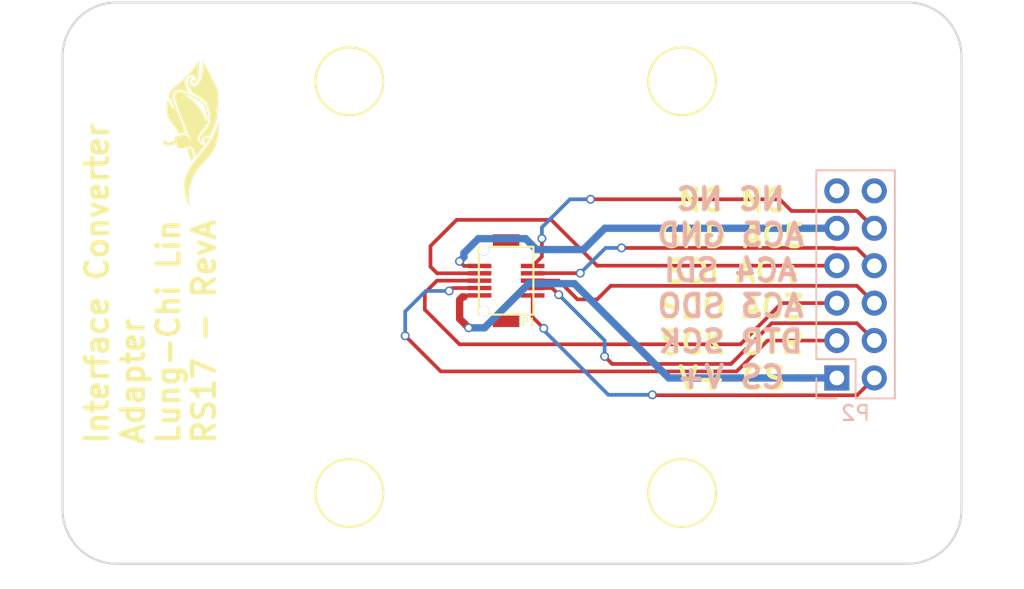
<source format=kicad_pcb>
(kicad_pcb (version 4) (host pcbnew 4.0.5-e0-6337~49~ubuntu16.04.1)

  (general
    (links 10)
    (no_connects 0)
    (area 101.817099 81.116099 162.927101 119.366101)
    (thickness 1.6)
    (drawings 11)
    (tracks 103)
    (zones 0)
    (modules 11)
    (nets 13)
  )

  (page A4)
  (layers
    (0 F.Cu signal)
    (31 B.Cu signal)
    (32 B.Adhes user)
    (33 F.Adhes user)
    (34 B.Paste user)
    (35 F.Paste user)
    (36 B.SilkS user)
    (37 F.SilkS user)
    (38 B.Mask user)
    (39 F.Mask user)
    (40 Dwgs.User user)
    (41 Cmts.User user)
    (42 Eco1.User user)
    (43 Eco2.User user)
    (44 Edge.Cuts user)
    (45 Margin user)
    (46 B.CrtYd user)
    (47 F.CrtYd user)
    (48 B.Fab user)
    (49 F.Fab user)
  )

  (setup
    (last_trace_width 0.25)
    (trace_clearance 0.2)
    (zone_clearance 0.508)
    (zone_45_only no)
    (trace_min 0.2)
    (segment_width 0.2)
    (edge_width 0.15)
    (via_size 0.6)
    (via_drill 0.4)
    (via_min_size 0.4)
    (via_min_drill 0.3)
    (uvia_size 0.3)
    (uvia_drill 0.1)
    (uvias_allowed no)
    (uvia_min_size 0.2)
    (uvia_min_drill 0.1)
    (pcb_text_width 0.3)
    (pcb_text_size 1.5 1.5)
    (mod_edge_width 0.15)
    (mod_text_size 1 1)
    (mod_text_width 0.15)
    (pad_size 1.524 1.524)
    (pad_drill 0.762)
    (pad_to_mask_clearance 0)
    (aux_axis_origin 0 0)
    (visible_elements 7FFFFFFF)
    (pcbplotparams
      (layerselection 0x00030_80000001)
      (usegerberextensions false)
      (excludeedgelayer true)
      (linewidth 0.100000)
      (plotframeref false)
      (viasonmask false)
      (mode 1)
      (useauxorigin false)
      (hpglpennumber 1)
      (hpglpenspeed 20)
      (hpglpendiameter 15)
      (hpglpenoverlay 2)
      (psnegative false)
      (psa4output false)
      (plotreference true)
      (plotvalue true)
      (plotinvisibletext false)
      (padsonsilk false)
      (subtractmaskfromsilk false)
      (outputformat 1)
      (mirror false)
      (drillshape 1)
      (scaleselection 1)
      (outputdirectory ""))
  )

  (net 0 "")
  (net 1 /AC3)
  (net 2 /AC5)
  (net 3 /AC4)
  (net 4 /CS)
  (net 5 /DTR)
  (net 6 /TX/SCK)
  (net 7 /Vbus)
  (net 8 /GND)
  (net 9 /RX/SDO)
  (net 10 "Net-(P2-Pad11)")
  (net 11 "Net-(P2-Pad12)")
  (net 12 /SDI)

  (net_class Default "This is the default net class."
    (clearance 0.2)
    (trace_width 0.25)
    (via_dia 0.6)
    (via_drill 0.4)
    (uvia_dia 0.3)
    (uvia_drill 0.1)
    (add_net /AC3)
    (add_net /AC4)
    (add_net /AC5)
    (add_net /CS)
    (add_net /DTR)
    (add_net /GND)
    (add_net /RX/SDO)
    (add_net /SDI)
    (add_net /TX/SCK)
    (add_net /Vbus)
    (add_net "Net-(P2-Pad11)")
    (add_net "Net-(P2-Pad12)")
  )

  (module Mounting_Holes:MountingHole_3.7mm (layer F.Cu) (tedit 58C1BBB8) (tstamp 58C1BE41)
    (at 157.0421 85.0011)
    (descr "Mounting Hole 3.7mm, no annular")
    (tags "mounting hole 3.7mm no annular")
    (fp_text reference REF** (at 0 -4.7) (layer F.SilkS) hide
      (effects (font (size 1 1) (thickness 0.15)))
    )
    (fp_text value MountingHole_3.7mm (at 0 4.7) (layer F.Fab)
      (effects (font (size 1 1) (thickness 0.15)))
    )
    (fp_circle (center 0 0) (end 3.7 0) (layer Cmts.User) (width 0.15))
    (fp_circle (center 0 0) (end 3.95 0) (layer F.CrtYd) (width 0.05))
    (pad 1 np_thru_hole circle (at 0 0) (size 3.7 3.7) (drill 3.7) (layers *.Cu *.Mask))
  )

  (module Mounting_Holes:MountingHole_3.7mm (layer F.Cu) (tedit 58C1BBB8) (tstamp 58C1BE3B)
    (at 157.0421 115.4811)
    (descr "Mounting Hole 3.7mm, no annular")
    (tags "mounting hole 3.7mm no annular")
    (fp_text reference REF** (at 0 -4.7) (layer F.SilkS) hide
      (effects (font (size 1 1) (thickness 0.15)))
    )
    (fp_text value MountingHole_3.7mm (at 0 4.7) (layer F.Fab)
      (effects (font (size 1 1) (thickness 0.15)))
    )
    (fp_circle (center 0 0) (end 3.7 0) (layer Cmts.User) (width 0.15))
    (fp_circle (center 0 0) (end 3.95 0) (layer F.CrtYd) (width 0.05))
    (pad 1 np_thru_hole circle (at 0 0) (size 3.7 3.7) (drill 3.7) (layers *.Cu *.Mask))
  )

  (module Mounting_Holes:MountingHole_3.7mm (layer F.Cu) (tedit 58C1BBB8) (tstamp 58C1BE35)
    (at 103.7021 115.4811)
    (descr "Mounting Hole 3.7mm, no annular")
    (tags "mounting hole 3.7mm no annular")
    (fp_text reference REF** (at 0 -4.7) (layer F.SilkS) hide
      (effects (font (size 1 1) (thickness 0.15)))
    )
    (fp_text value MountingHole_3.7mm (at 0 4.7) (layer F.Fab)
      (effects (font (size 1 1) (thickness 0.15)))
    )
    (fp_circle (center 0 0) (end 3.7 0) (layer Cmts.User) (width 0.15))
    (fp_circle (center 0 0) (end 3.95 0) (layer F.CrtYd) (width 0.05))
    (pad 1 np_thru_hole circle (at 0 0) (size 3.7 3.7) (drill 3.7) (layers *.Cu *.Mask))
  )

  (module robosub_footprints:3mm-10pos-receptacle (layer F.Cu) (tedit 58BB4796) (tstamp 58BA1B4F)
    (at 129.9718 100.076 90)
    (path /58B8D17C)
    (attr smd)
    (fp_text reference P1 (at -2.794 1.524 180) (layer F.SilkS)
      (effects (font (size 0.5 0.5) (thickness 0.075)))
    )
    (fp_text value Mezzanine-Header (at 0.254 3.556 90) (layer F.Fab) hide
      (effects (font (size 1 1) (thickness 0.15)))
    )
    (fp_line (start 2.3 1.85) (end 2.3 -1.85) (layer F.SilkS) (width 0.15))
    (fp_line (start -2.3 -1.85) (end 2.3 -1.85) (layer F.SilkS) (width 0.15))
    (fp_line (start -2.3 1.85) (end 2.3 1.85) (layer F.SilkS) (width 0.15))
    (fp_line (start -2.3 1.85) (end -2.3 -1.85) (layer F.SilkS) (width 0.15))
    (pad "" thru_hole circle (at 2.05 -1.5 90) (size 0.7 0.7) (drill 0.7) (layers *.Cu *.Mask))
    (pad "" thru_hole circle (at -2.05 -1.5 90) (size 0.7 0.7) (drill 0.7) (layers *.Cu *.Mask))
    (pad 6 smd rect (at 0 1.8 90) (size 0.3 1.6) (layers F.Cu F.Paste F.Mask)
      (net 1 /AC3))
    (pad 10 smd rect (at 1 1.8 90) (size 0.3 1.6) (layers F.Cu F.Paste F.Mask)
      (net 2 /AC5))
    (pad 8 smd rect (at 0.5 1.8 90) (size 0.3 1.6) (layers F.Cu F.Paste F.Mask)
      (net 3 /AC4))
    (pad 2 smd rect (at -1 1.8 90) (size 0.3 1.6) (layers F.Cu F.Paste F.Mask)
      (net 4 /CS))
    (pad 4 smd rect (at -0.5 1.8 90) (size 0.3 1.6) (layers F.Cu F.Paste F.Mask)
      (net 5 /DTR))
    (pad 5 smd rect (at 0 -1.8 90) (size 0.3 1.6) (layers F.Cu F.Paste F.Mask)
      (net 9 /RX/SDO))
    (pad 3 smd rect (at -0.5 -1.8 90) (size 0.3 1.6) (layers F.Cu F.Paste F.Mask)
      (net 6 /TX/SCK))
    (pad 1 smd rect (at -1 -1.8 90) (size 0.3 1.6) (layers F.Cu F.Paste F.Mask)
      (net 7 /Vbus))
    (pad 9 smd rect (at 1 -1.8 90) (size 0.3 1.6) (layers F.Cu F.Paste F.Mask)
      (net 8 /GND))
    (pad 7 smd rect (at 0.5 -1.8 90) (size 0.3 1.6) (layers F.Cu F.Paste F.Mask)
      (net 12 /SDI))
    (pad "" smd rect (at 2.75 0 90) (size 0.8 1.8) (layers F.Cu F.Paste F.Mask))
    (pad "" smd rect (at -2.75 0 90) (size 0.8 1.8) (layers F.Cu F.Paste F.Mask))
    (model robosub.3dshapes/3mm-10pos-receptacle.wrl
      (at (xyz 0 0 0))
      (scale (xyz 0.4 0.4 0.4))
      (rotate (xyz -90 0 0))
    )
  )

  (module robosub_footprints:3mm-support (layer F.Cu) (tedit 58B1B9D1) (tstamp 58BA1B55)
    (at 119.3442 86.548204)
    (path /58B8D60F)
    (fp_text reference U1 (at 3.81 1.27) (layer F.SilkS) hide
      (effects (font (size 1 1) (thickness 0.15)))
    )
    (fp_text value 3mm-support (at 0 -0.5) (layer F.Fab)
      (effects (font (size 1 1) (thickness 0.15)))
    )
    (fp_circle (center 0 0) (end 2.3 0) (layer F.SilkS) (width 0.15))
    (pad "" np_thru_hole circle (at 0 0) (size 2.5 2.5) (drill 2.5) (layers *.Cu *.Mask))
    (model robosub.3dshapes/3mm-support.wrl
      (at (xyz 0 0 0.118))
      (scale (xyz 0.4 0.4 0.4))
      (rotate (xyz 90 0 0))
    )
  )

  (module robosub_footprints:3mm-support (layer F.Cu) (tedit 58B1B9D1) (tstamp 58BA1B5B)
    (at 141.9042 86.548204)
    (path /58B8D810)
    (fp_text reference U2 (at 3.81 1.27) (layer F.SilkS) hide
      (effects (font (size 1 1) (thickness 0.15)))
    )
    (fp_text value 3mm-support (at 0 -0.5) (layer F.Fab)
      (effects (font (size 1 1) (thickness 0.15)))
    )
    (fp_circle (center 0 0) (end 2.3 0) (layer F.SilkS) (width 0.15))
    (pad "" np_thru_hole circle (at 0 0) (size 2.5 2.5) (drill 2.5) (layers *.Cu *.Mask))
    (model robosub.3dshapes/3mm-support.wrl
      (at (xyz 0 0 0.118))
      (scale (xyz 0.4 0.4 0.4))
      (rotate (xyz 90 0 0))
    )
  )

  (module robosub_footprints:3mm-support (layer F.Cu) (tedit 58B1B9D1) (tstamp 58BA1B61)
    (at 119.3442 114.488204)
    (path /58B8D85C)
    (fp_text reference U3 (at 3.81 1.27) (layer F.SilkS) hide
      (effects (font (size 1 1) (thickness 0.15)))
    )
    (fp_text value 3mm-support (at 0 -0.5) (layer F.Fab)
      (effects (font (size 1 1) (thickness 0.15)))
    )
    (fp_circle (center 0 0) (end 2.3 0) (layer F.SilkS) (width 0.15))
    (pad "" np_thru_hole circle (at 0 0) (size 2.5 2.5) (drill 2.5) (layers *.Cu *.Mask))
    (model robosub.3dshapes/3mm-support.wrl
      (at (xyz 0 0 0.118))
      (scale (xyz 0.4 0.4 0.4))
      (rotate (xyz 90 0 0))
    )
  )

  (module robosub_footprints:3mm-support (layer F.Cu) (tedit 58B1B9D1) (tstamp 58BA1B67)
    (at 141.9042 114.488204)
    (path /58B8D916)
    (fp_text reference U4 (at 3.81 1.27) (layer F.SilkS) hide
      (effects (font (size 1 1) (thickness 0.15)))
    )
    (fp_text value 3mm-support (at 0 -0.5) (layer F.Fab)
      (effects (font (size 1 1) (thickness 0.15)))
    )
    (fp_circle (center 0 0) (end 2.3 0) (layer F.SilkS) (width 0.15))
    (pad "" np_thru_hole circle (at 0 0) (size 2.5 2.5) (drill 2.5) (layers *.Cu *.Mask))
    (model robosub.3dshapes/3mm-support.wrl
      (at (xyz 0 0 0.118))
      (scale (xyz 0.4 0.4 0.4))
      (rotate (xyz 90 0 0))
    )
  )

  (module robosub_footprints:robosub_logo-medium (layer F.Cu) (tedit 0) (tstamp 58C1BE1A)
    (at 108.7374 89.9668 90)
    (fp_text reference G*** (at 0 0 90) (layer F.SilkS) hide
      (effects (font (thickness 0.3)))
    )
    (fp_text value LOGO (at 0.75 0 90) (layer F.SilkS) hide
      (effects (font (thickness 0.3)))
    )
    (fp_poly (pts (xy -3.630522 -0.586779) (xy -3.608205 -0.586576) (xy -3.588209 -0.586171) (xy -3.569697 -0.585523)
      (xy -3.551832 -0.584591) (xy -3.533775 -0.583331) (xy -3.514687 -0.581704) (xy -3.493732 -0.579665)
      (xy -3.476535 -0.577869) (xy -3.399362 -0.567949) (xy -3.321616 -0.554586) (xy -3.243241 -0.537754)
      (xy -3.164179 -0.517431) (xy -3.084373 -0.493592) (xy -3.003765 -0.466215) (xy -2.922298 -0.435276)
      (xy -2.839914 -0.400751) (xy -2.756557 -0.362617) (xy -2.672168 -0.32085) (xy -2.586691 -0.275426)
      (xy -2.500069 -0.226322) (xy -2.412243 -0.173515) (xy -2.323156 -0.11698) (xy -2.27 -0.08188)
      (xy -2.236933 -0.059573) (xy -2.204022 -0.037032) (xy -2.17108 -0.014115) (xy -2.137922 0.00932)
      (xy -2.104361 0.033416) (xy -2.07021 0.058315) (xy -2.035284 0.08416) (xy -1.999397 0.111093)
      (xy -1.962361 0.139256) (xy -1.923992 0.168792) (xy -1.884102 0.199844) (xy -1.842506 0.232554)
      (xy -1.799018 0.267064) (xy -1.75345 0.303516) (xy -1.705617 0.342054) (xy -1.655333 0.38282)
      (xy -1.602411 0.425955) (xy -1.55 0.468867) (xy -1.50476 0.505964) (xy -1.462416 0.540648)
      (xy -1.422788 0.573063) (xy -1.385697 0.603355) (xy -1.350962 0.631666) (xy -1.318405 0.658141)
      (xy -1.287844 0.682925) (xy -1.259101 0.706161) (xy -1.231995 0.727993) (xy -1.206346 0.748567)
      (xy -1.181975 0.768025) (xy -1.158702 0.786513) (xy -1.136346 0.804174) (xy -1.114729 0.821153)
      (xy -1.09367 0.837593) (xy -1.072989 0.85364) (xy -1.052506 0.869436) (xy -1.032042 0.885127)
      (xy -1.011417 0.900856) (xy -1.006 0.904974) (xy -0.942525 0.952574) (xy -0.878815 0.999118)
      (xy -0.81522 1.044372) (xy -0.752087 1.088104) (xy -0.689765 1.13008) (xy -0.628604 1.170065)
      (xy -0.56895 1.207826) (xy -0.511153 1.243129) (xy -0.455561 1.27574) (xy -0.44 1.284605)
      (xy -0.39336 1.310397) (xy -0.343515 1.336845) (xy -0.291139 1.363611) (xy -0.236903 1.39036)
      (xy -0.18148 1.416758) (xy -0.12554 1.442466) (xy -0.111863 1.448608) (xy -0.06872 1.467598)
      (xy -0.023471 1.486934) (xy 0.024049 1.50668) (xy 0.074003 1.526898) (xy 0.126557 1.547651)
      (xy 0.181876 1.569003) (xy 0.240124 1.591017) (xy 0.301465 1.613756) (xy 0.366064 1.637282)
      (xy 0.434087 1.661659) (xy 0.505697 1.686951) (xy 0.558 1.705216) (xy 0.575423 1.711275)
      (xy 0.591729 1.716947) (xy 0.60652 1.722094) (xy 0.619396 1.726576) (xy 0.629959 1.730255)
      (xy 0.637809 1.732992) (xy 0.642548 1.734648) (xy 0.643786 1.735084) (xy 0.645738 1.736478)
      (xy 0.645621 1.737045) (xy 0.643115 1.737714) (xy 0.637008 1.738556) (xy 0.627695 1.739543)
      (xy 0.615569 1.740647) (xy 0.601025 1.741842) (xy 0.584457 1.7431) (xy 0.566259 1.744393)
      (xy 0.546826 1.745695) (xy 0.526551 1.746977) (xy 0.50583 1.748213) (xy 0.485055 1.749375)
      (xy 0.464621 1.750437) (xy 0.444923 1.751369) (xy 0.43 1.752003) (xy 0.414569 1.752499)
      (xy 0.395784 1.752903) (xy 0.374291 1.753218) (xy 0.350733 1.753442) (xy 0.325755 1.753576)
      (xy 0.300004 1.753621) (xy 0.274123 1.753576) (xy 0.248758 1.753443) (xy 0.224553 1.753221)
      (xy 0.202153 1.752911) (xy 0.182204 1.752513) (xy 0.16535 1.752027) (xy 0.161 1.751864)
      (xy 0.04898 1.74565) (xy -0.062278 1.735982) (xy -0.172624 1.722901) (xy -0.281907 1.706448)
      (xy -0.389974 1.686664) (xy -0.496675 1.663588) (xy -0.601858 1.637262) (xy -0.705371 1.607725)
      (xy -0.807064 1.575018) (xy -0.906784 1.539182) (xy -1.00438 1.500257) (xy -1.099701 1.458284)
      (xy -1.192595 1.413302) (xy -1.28 1.366967) (xy -1.3263 1.340814) (xy -1.370797 1.314587)
      (xy -1.414098 1.287884) (xy -1.45681 1.260301) (xy -1.49954 1.231434) (xy -1.542896 1.200878)
      (xy -1.587484 1.168231) (xy -1.633912 1.133089) (xy -1.648 1.122224) (xy -1.672079 1.10347)
      (xy -1.695167 1.085244) (xy -1.717524 1.067315) (xy -1.73941 1.049454) (xy -1.761084 1.03143)
      (xy -1.782807 1.013014) (xy -1.804838 0.993976) (xy -1.827437 0.974086) (xy -1.850863 0.953114)
      (xy -1.875376 0.930831) (xy -1.901236 0.907005) (xy -1.928703 0.881408) (xy -1.958036 0.853809)
      (xy -1.989495 0.823979) (xy -2.02334 0.791687) (xy -2.046878 0.769138) (xy -2.081779 0.735689)
      (xy -2.11404 0.704844) (xy -2.143875 0.676409) (xy -2.171501 0.650188) (xy -2.197134 0.625986)
      (xy -2.220989 0.603608) (xy -2.243284 0.582859) (xy -2.264233 0.563543) (xy -2.284053 0.545466)
      (xy -2.30296 0.528433) (xy -2.321169 0.512247) (xy -2.338897 0.496715) (xy -2.35636 0.481641)
      (xy -2.373773 0.46683) (xy -2.391352 0.452086) (xy -2.409314 0.437215) (xy -2.427874 0.422021)
      (xy -2.447249 0.40631) (xy -2.458 0.397642) (xy -2.519738 0.348895) (xy -2.580006 0.303254)
      (xy -2.639346 0.260371) (xy -2.698303 0.219895) (xy -2.757417 0.181477) (xy -2.817231 0.144766)
      (xy -2.878289 0.109413) (xy -2.941133 0.075067) (xy -3.006306 0.04138) (xy -3.025 0.03204)
      (xy -3.12409 -0.014925) (xy -3.224543 -0.058215) (xy -3.326244 -0.097808) (xy -3.429077 -0.133681)
      (xy -3.532926 -0.165811) (xy -3.637675 -0.194176) (xy -3.743208 -0.218752) (xy -3.849409 -0.239517)
      (xy -3.956162 -0.256448) (xy -4.063351 -0.269522) (xy -4.170861 -0.278716) (xy -4.278575 -0.284007)
      (xy -4.386377 -0.285373) (xy -4.494152 -0.28279) (xy -4.593 -0.276921) (xy -4.678269 -0.269046)
      (xy -4.763874 -0.258481) (xy -4.848567 -0.2454) (xy -4.927057 -0.230796) (xy -4.943826 -0.227412)
      (xy -4.957086 -0.224769) (xy -4.967246 -0.222801) (xy -4.974714 -0.221442) (xy -4.9799 -0.220629)
      (xy -4.983212 -0.220295) (xy -4.98506 -0.220375) (xy -4.985852 -0.220804) (xy -4.986001 -0.221389)
      (xy -4.984334 -0.224424) (xy -4.979508 -0.229339) (xy -4.971778 -0.235937) (xy -4.961402 -0.244019)
      (xy -4.948639 -0.25339) (xy -4.933745 -0.26385) (xy -4.916978 -0.275203) (xy -4.90873 -0.280655)
      (xy -4.847411 -0.318643) (xy -4.78299 -0.354165) (xy -4.715532 -0.387196) (xy -4.645103 -0.417712)
      (xy -4.571769 -0.445689) (xy -4.495597 -0.471103) (xy -4.41665 -0.493929) (xy -4.334996 -0.514144)
      (xy -4.2507 -0.531722) (xy -4.205482 -0.539875) (xy -4.131874 -0.551455) (xy -4.055609 -0.561549)
      (xy -3.977677 -0.570074) (xy -3.899067 -0.576944) (xy -3.82077 -0.582074) (xy -3.743775 -0.585382)
      (xy -3.669073 -0.586781) (xy -3.656 -0.586823) (xy -3.630522 -0.586779)) (layer F.SilkS) (width 0.01))
    (fp_poly (pts (xy 3.41982 -0.350762) (xy 3.457689 -0.346062) (xy 3.494283 -0.338131) (xy 3.529168 -0.327047)
      (xy 3.561906 -0.312888) (xy 3.568 -0.309778) (xy 3.585426 -0.299815) (xy 3.602651 -0.288423)
      (xy 3.619136 -0.27607) (xy 3.634346 -0.263221) (xy 3.647743 -0.250344) (xy 3.65879 -0.237904)
      (xy 3.666949 -0.22637) (xy 3.669594 -0.221479) (xy 3.677917 -0.19952) (xy 3.6826 -0.176359)
      (xy 3.68362 -0.152506) (xy 3.680952 -0.128472) (xy 3.675174 -0.106512) (xy 3.67142 -0.096399)
      (xy 3.66726 -0.086679) (xy 3.663204 -0.078454) (xy 3.659759 -0.072826) (xy 3.659434 -0.072406)
      (xy 3.65705 -0.071159) (xy 3.655177 -0.07338) (xy 3.654139 -0.07854) (xy 3.65403 -0.081244)
      (xy 3.653304 -0.088085) (xy 3.651383 -0.097537) (xy 3.648573 -0.108505) (xy 3.645184 -0.119893)
      (xy 3.641524 -0.130606) (xy 3.6379 -0.139549) (xy 3.637228 -0.140983) (xy 3.626636 -0.158482)
      (xy 3.612585 -0.174542) (xy 3.595427 -0.188938) (xy 3.575514 -0.201444) (xy 3.553201 -0.211836)
      (xy 3.528837 -0.219887) (xy 3.506147 -0.224829) (xy 3.492764 -0.226472) (xy 3.47663 -0.227492)
      (xy 3.458942 -0.227888) (xy 3.440902 -0.227656) (xy 3.423708 -0.226793) (xy 3.40856 -0.225297)
      (xy 3.406881 -0.225067) (xy 3.393449 -0.222899) (xy 3.37803 -0.219988) (xy 3.361599 -0.216557)
      (xy 3.345129 -0.212825) (xy 3.329594 -0.209015) (xy 3.315965 -0.205348) (xy 3.305218 -0.202046)
      (xy 3.304325 -0.201739) (xy 3.273963 -0.189269) (xy 3.244576 -0.173469) (xy 3.216688 -0.154746)
      (xy 3.190826 -0.133512) (xy 3.167516 -0.110175) (xy 3.147282 -0.085144) (xy 3.139041 -0.073)
      (xy 3.123822 -0.04604) (xy 3.111455 -0.017563) (xy 3.102338 0.011433) (xy 3.0989 0.027)
      (xy 3.096942 0.042237) (xy 3.096087 0.06008) (xy 3.096291 0.079302) (xy 3.09751 0.098674)
      (xy 3.099699 0.11697) (xy 3.102685 0.132433) (xy 3.113337 0.167892) (xy 3.127877 0.202546)
      (xy 3.146262 0.236332) (xy 3.168449 0.269188) (xy 3.194396 0.30105) (xy 3.224061 0.331856)
      (xy 3.257399 0.361542) (xy 3.259 0.362862) (xy 3.278394 0.378392) (xy 3.296834 0.392192)
      (xy 3.31513 0.404774) (xy 3.334095 0.416651) (xy 3.35454 0.428334) (xy 3.377278 0.440337)
      (xy 3.399 0.451164) (xy 3.446508 0.473477) (xy 3.49476 0.494351) (xy 3.544032 0.513859)
      (xy 3.594597 0.532076) (xy 3.64673 0.549075) (xy 3.700705 0.564928) (xy 3.756797 0.579711)
      (xy 3.81528 0.593496) (xy 3.876429 0.606356) (xy 3.940518 0.618366) (xy 4.007822 0.629599)
      (xy 4.078615 0.640128) (xy 4.131 0.647197) (xy 4.159799 0.650919) (xy 4.185116 0.654144)
      (xy 4.207434 0.656907) (xy 4.227235 0.659244) (xy 4.245003 0.661188) (xy 4.26122 0.662776)
      (xy 4.276367 0.664041) (xy 4.290929 0.66502) (xy 4.305388 0.665745) (xy 4.320226 0.666254)
      (xy 4.335927 0.66658) (xy 4.352972 0.666758) (xy 4.371845 0.666823) (xy 4.393027 0.666811)
      (xy 4.402 0.666793) (xy 4.420312 0.666735) (xy 4.437066 0.666635) (xy 4.452657 0.666474)
      (xy 4.467483 0.666235) (xy 4.48194 0.665898) (xy 4.496424 0.665444) (xy 4.511332 0.664855)
      (xy 4.527062 0.664112) (xy 4.544008 0.663197) (xy 4.562569 0.66209) (xy 4.58314 0.660773)
      (xy 4.606119 0.659227) (xy 4.631901 0.657434) (xy 4.660885 0.655374) (xy 4.693 0.653063)
      (xy 4.712909 0.651633) (xy 4.732349 0.650252) (xy 4.750798 0.648956) (xy 4.767736 0.647781)
      (xy 4.782644 0.646762) (xy 4.795001 0.645936) (xy 4.804288 0.645339) (xy 4.809 0.645058)
      (xy 4.819216 0.64444) (xy 4.829089 0.64375) (xy 4.837244 0.643088) (xy 4.841 0.642717)
      (xy 4.846072 0.642302) (xy 4.848622 0.642549) (xy 4.84845 0.643579) (xy 4.845355 0.645516)
      (xy 4.839138 0.648481) (xy 4.829598 0.652598) (xy 4.816534 0.657988) (xy 4.815 0.658613)
      (xy 4.769085 0.678093) (xy 4.72165 0.699825) (xy 4.67246 0.723929) (xy 4.621282 0.750521)
      (xy 4.567883 0.779722) (xy 4.512031 0.811651) (xy 4.492 0.82341) (xy 4.481422 0.829704)
      (xy 4.467875 0.837836) (xy 4.451791 0.847543) (xy 4.433605 0.85856) (xy 4.413749 0.870624)
      (xy 4.392657 0.883471) (xy 4.370761 0.896836) (xy 4.348496 0.910456) (xy 4.326295 0.924067)
      (xy 4.30459 0.937405) (xy 4.283816 0.950205) (xy 4.282 0.951326) (xy 4.227654 0.984589)
      (xy 4.176303 1.015427) (xy 4.127815 1.04391) (xy 4.082058 1.070108) (xy 4.0389 1.094094)
      (xy 3.99821 1.115936) (xy 3.959856 1.135706) (xy 3.923707 1.153475) (xy 3.889631 1.169312)
      (xy 3.857496 1.183289) (xy 3.827171 1.195476) (xy 3.825845 1.195984) (xy 3.801573 1.205456)
      (xy 3.777184 1.215373) (xy 3.752424 1.225861) (xy 3.727042 1.237044) (xy 3.700786 1.249045)
      (xy 3.673404 1.261991) (xy 3.644643 1.276006) (xy 3.614253 1.291214) (xy 3.581981 1.30774)
      (xy 3.547575 1.325709) (xy 3.510783 1.345245) (xy 3.471353 1.366472) (xy 3.429034 1.389517)
      (xy 3.383573 1.414502) (xy 3.379 1.417026) (xy 3.333733 1.441876) (xy 3.29153 1.46473)
      (xy 3.252077 1.485744) (xy 3.215065 1.505071) (xy 3.180181 1.522865) (xy 3.147115 1.539279)
      (xy 3.115553 1.554467) (xy 3.085187 1.568582) (xy 3.055702 1.58178) (xy 3.02679 1.594212)
      (xy 2.998137 1.606033) (xy 2.987 1.610498) (xy 2.927175 1.632787) (xy 2.866312 1.652445)
      (xy 2.804046 1.669552) (xy 2.740015 1.684186) (xy 2.673856 1.696427) (xy 2.605206 1.706353)
      (xy 2.5337 1.714044) (xy 2.498 1.716984) (xy 2.487302 1.717693) (xy 2.473911 1.71844)
      (xy 2.458393 1.719205) (xy 2.441316 1.719969) (xy 2.423248 1.72071) (xy 2.404756 1.721411)
      (xy 2.386408 1.722049) (xy 2.368771 1.722606) (xy 2.352414 1.723062) (xy 2.337904 1.723396)
      (xy 2.325808 1.723589) (xy 2.316694 1.72362) (xy 2.312 1.723519) (xy 2.306857 1.723347)
      (xy 2.29866 1.723144) (xy 2.288353 1.722932) (xy 2.27688 1.72273) (xy 2.271 1.722639)
      (xy 2.24247 1.722006) (xy 2.210884 1.720923) (xy 2.176897 1.719436) (xy 2.141169 1.717588)
      (xy 2.104355 1.715425) (xy 2.067114 1.71299) (xy 2.030102 1.710328) (xy 1.993977 1.707484)
      (xy 1.959397 1.704502) (xy 1.927019 1.701428) (xy 1.8975 1.698304) (xy 1.878 1.696002)
      (xy 1.856482 1.693392) (xy 1.834617 1.69088) (xy 1.812141 1.688444) (xy 1.788789 1.686063)
      (xy 1.764297 1.683716) (xy 1.738402 1.681382) (xy 1.71084 1.679039) (xy 1.681347 1.676665)
      (xy 1.649659 1.67424) (xy 1.615512 1.671742) (xy 1.578642 1.66915) (xy 1.538785 1.666443)
      (xy 1.495677 1.663598) (xy 1.449054 1.660595) (xy 1.408 1.657999) (xy 1.355562 1.654656)
      (xy 1.306832 1.651441) (xy 1.261517 1.648326) (xy 1.219327 1.645287) (xy 1.179972 1.642296)
      (xy 1.143161 1.639329) (xy 1.108603 1.636358) (xy 1.076008 1.633359) (xy 1.045085 1.630305)
      (xy 1.015543 1.627171) (xy 0.987092 1.623929) (xy 0.959441 1.620555) (xy 0.932299 1.617022)
      (xy 0.905377 1.613304) (xy 0.901 1.61268) (xy 0.851 1.605525) (xy 0.726 1.563537)
      (xy 0.647821 1.537083) (xy 0.573298 1.511463) (xy 0.502195 1.486586) (xy 0.434277 1.462361)
      (xy 0.369308 1.438696) (xy 0.307051 1.415501) (xy 0.247272 1.392686) (xy 0.189734 1.370158)
      (xy 0.134202 1.347828) (xy 0.08044 1.325604) (xy 0.028213 1.303395) (xy -0.022717 1.281111)
      (xy -0.072583 1.25866) (xy -0.114 1.239522) (xy -0.128116 1.232861) (xy -0.143565 1.225463)
      (xy -0.159945 1.21753) (xy -0.176854 1.209262) (xy -0.193891 1.200861) (xy -0.210654 1.19253)
      (xy -0.226741 1.184469) (xy -0.24175 1.176881) (xy -0.255279 1.169966) (xy -0.266927 1.163927)
      (xy -0.276292 1.158964) (xy -0.282971 1.15528) (xy -0.286564 1.153077) (xy -0.286964 1.15275)
      (xy -0.289305 1.147827) (xy -0.289919 1.139838) (xy -0.288842 1.129309) (xy -0.286109 1.116765)
      (xy -0.284137 1.10992) (xy -0.281524 1.101355) (xy -0.27954 1.094276) (xy -0.278053 1.087829)
      (xy -0.27693 1.081161) (xy -0.276037 1.073419) (xy -0.275242 1.06375) (xy -0.274413 1.0513)
      (xy -0.274019 1.045) (xy -0.273282 1.004506) (xy -0.275988 0.964084) (xy -0.281998 0.924074)
      (xy -0.291178 0.884816) (xy -0.303392 0.846653) (xy -0.318501 0.809923) (xy -0.336371 0.774969)
      (xy -0.356865 0.742131) (xy -0.379847 0.711749) (xy -0.40518 0.684165) (xy -0.425956 0.665254)
      (xy -0.450404 0.646017) (xy -0.473715 0.63035) (xy -0.496196 0.618092) (xy -0.518151 0.609084)
      (xy -0.539888 0.603164) (xy -0.546761 0.601909) (xy -0.557298 0.600823) (xy -0.570567 0.600366)
      (xy -0.585354 0.600495) (xy -0.600447 0.601169) (xy -0.614634 0.602345) (xy -0.626702 0.603982)
      (xy -0.631 0.604831) (xy -0.655087 0.611433) (xy -0.680701 0.620595) (xy -0.706763 0.631844)
      (xy -0.73219 0.644709) (xy -0.755901 0.658717) (xy -0.759 0.660728) (xy -0.766766 0.665649)
      (xy -0.773237 0.669409) (xy -0.77775 0.671648) (xy -0.779641 0.672004) (xy -0.77965 0.671983)
      (xy -0.7791 0.669193) (xy -0.776882 0.663741) (xy -0.773387 0.656389) (xy -0.769009 0.647904)
      (xy -0.76414 0.63905) (xy -0.759172 0.630592) (xy -0.755156 0.62427) (xy -0.736211 0.599331)
      (xy -0.713931 0.576118) (xy -0.688679 0.554843) (xy -0.660821 0.535717) (xy -0.630723 0.518949)
      (xy -0.598749 0.504751) (xy -0.565265 0.493333) (xy -0.530636 0.484906) (xy -0.506848 0.481021)
      (xy -0.480649 0.478656) (xy -0.452343 0.477996) (xy -0.42331 0.478985) (xy -0.394927 0.481567)
      (xy -0.368572 0.485688) (xy -0.363 0.486834) (xy -0.329126 0.495809) (xy -0.29566 0.507854)
      (xy -0.263619 0.52255) (xy -0.23402 0.539472) (xy -0.230249 0.541916) (xy -0.213735 0.553233)
      (xy -0.194476 0.567245) (xy -0.172589 0.583855) (xy -0.148195 0.602967) (xy -0.121413 0.624485)
      (xy -0.092362 0.648312) (xy -0.061161 0.674352) (xy -0.027931 0.702508) (xy 0.007211 0.732684)
      (xy 0.026 0.748967) (xy 0.06213 0.780207) (xy 0.095678 0.808855) (xy 0.126909 0.835122)
      (xy 0.156094 0.85922) (xy 0.183498 0.881363) (xy 0.209391 0.901763) (xy 0.234041 0.920632)
      (xy 0.257714 0.938183) (xy 0.280679 0.954628) (xy 0.303205 0.970179) (xy 0.315 0.978094)
      (xy 0.35593 1.004182) (xy 0.396958 1.028164) (xy 0.437686 1.04985) (xy 0.477713 1.069048)
      (xy 0.516642 1.085569) (xy 0.554072 1.09922) (xy 0.589606 1.109812) (xy 0.59142 1.110283)
      (xy 0.657025 1.125295) (xy 0.724033 1.136939) (xy 0.792577 1.145224) (xy 0.862791 1.150158)
      (xy 0.934807 1.15175) (xy 1.008758 1.150007) (xy 1.084776 1.144939) (xy 1.107 1.142871)
      (xy 1.175599 1.134788) (xy 1.246693 1.12387) (xy 1.32001 1.110169) (xy 1.39528 1.093743)
      (xy 1.472235 1.074644) (xy 1.550602 1.05293) (xy 1.55487 1.051683) (xy 1.566495 1.048178)
      (xy 1.581384 1.043526) (xy 1.599024 1.037899) (xy 1.618905 1.031468) (xy 1.640511 1.024405)
      (xy 1.663333 1.016882) (xy 1.686856 1.009068) (xy 1.710568 1.001136) (xy 1.733958 0.993257)
      (xy 1.756511 0.985603) (xy 1.777717 0.978344) (xy 1.797062 0.971652) (xy 1.814034 0.965698)
      (xy 1.82812 0.960653) (xy 1.837 0.957375) (xy 1.87252 0.943646) (xy 1.905958 0.930027)
      (xy 1.937083 0.916633) (xy 1.965665 0.903574) (xy 1.991473 0.890962) (xy 2.014275 0.878909)
      (xy 2.033843 0.867527) (xy 2.049944 0.856928) (xy 2.06 0.849234) (xy 2.077324 0.834139)
      (xy 2.094498 0.817797) (xy 2.111706 0.799973) (xy 2.129133 0.780427) (xy 2.146963 0.758923)
      (xy 2.165381 0.735224) (xy 2.18457 0.709092) (xy 2.204716 0.680289) (xy 2.226002 0.648579)
      (xy 2.248613 0.613724) (xy 2.272734 0.575487) (xy 2.273038 0.575) (xy 2.282804 0.559364)
      (xy 2.293269 0.542676) (xy 2.303873 0.525824) (xy 2.314056 0.509694) (xy 2.323259 0.495176)
      (xy 2.330923 0.483156) (xy 2.331023 0.483) (xy 2.340625 0.467904) (xy 2.349703 0.453396)
      (xy 2.358563 0.438955) (xy 2.367513 0.424061) (xy 2.376856 0.408197) (xy 2.386901 0.390842)
      (xy 2.397952 0.371477) (xy 2.410316 0.349584) (xy 2.42298 0.327) (xy 2.442413 0.292373)
      (xy 2.460159 0.261008) (xy 2.476392 0.232622) (xy 2.491284 0.206935) (xy 2.505008 0.183667)
      (xy 2.517736 0.162535) (xy 2.529642 0.143259) (xy 2.540898 0.125559) (xy 2.551677 0.109152)
      (xy 2.56215 0.093759) (xy 2.572493 0.079097) (xy 2.582875 0.064887) (xy 2.589546 0.056)
      (xy 2.598567 0.044327) (xy 2.607074 0.0339) (xy 2.615655 0.024095) (xy 2.624903 0.014286)
      (xy 2.635405 0.003851) (xy 2.647753 -0.007834) (xy 2.662537 -0.021394) (xy 2.664 -0.022721)
      (xy 2.719428 -0.070787) (xy 2.775629 -0.115218) (xy 2.832532 -0.155979) (xy 2.890066 -0.193035)
      (xy 2.948161 -0.226352) (xy 3.006745 -0.255897) (xy 3.065747 -0.281635) (xy 3.125097 -0.303531)
      (xy 3.184723 -0.321551) (xy 3.244554 -0.335661) (xy 3.304519 -0.345827) (xy 3.342 -0.35016)
      (xy 3.381112 -0.352154) (xy 3.41982 -0.350762)) (layer F.SilkS) (width 0.01))
    (fp_poly (pts (xy -0.699796 -1.993873) (xy -0.673051 -1.989352) (xy -0.648017 -1.982175) (xy -0.625256 -1.972306)
      (xy -0.622 -1.970551) (xy -0.610464 -1.962912) (xy -0.598755 -1.952999) (xy -0.587832 -1.941793)
      (xy -0.578652 -1.930274) (xy -0.572217 -1.919521) (xy -0.565424 -1.901549) (xy -0.561452 -1.882698)
      (xy -0.560439 -1.864025) (xy -0.562519 -1.846587) (xy -0.562721 -1.845706) (xy -0.567859 -1.830794)
      (xy -0.575824 -1.818136) (xy -0.586804 -1.807574) (xy -0.600989 -1.79895) (xy -0.618567 -1.792106)
      (xy -0.631 -1.788748) (xy -0.641989 -1.786915) (xy -0.656007 -1.785706) (xy -0.672131 -1.785114)
      (xy -0.689441 -1.785133) (xy -0.707014 -1.785757) (xy -0.72393 -1.786978) (xy -0.739267 -1.788791)
      (xy -0.744 -1.789548) (xy -0.753038 -1.791082) (xy -0.760474 -1.792286) (xy -0.765519 -1.793036)
      (xy -0.767382 -1.793216) (xy -0.767352 -1.791022) (xy -0.76656 -1.78534) (xy -0.765093 -1.776591)
      (xy -0.763034 -1.765199) (xy -0.760468 -1.751583) (xy -0.757482 -1.736166) (xy -0.754159 -1.719369)
      (xy -0.750585 -1.701613) (xy -0.746844 -1.683322) (xy -0.743022 -1.664915) (xy -0.739204 -1.646815)
      (xy -0.735475 -1.629443) (xy -0.731919 -1.613222) (xy -0.728622 -1.598571) (xy -0.725669 -1.585914)
      (xy -0.725209 -1.584) (xy -0.713729 -1.539598) (xy -0.699942 -1.491983) (xy -0.683863 -1.441203)
      (xy -0.665507 -1.387301) (xy -0.646992 -1.336) (xy -0.640061 -1.317373) (xy -0.633097 -1.298864)
      (xy -0.626253 -1.280863) (xy -0.619682 -1.263764) (xy -0.613539 -1.247956) (xy -0.607975 -1.233831)
      (xy -0.603145 -1.221781) (xy -0.599202 -1.212196) (xy -0.596299 -1.205469) (xy -0.594589 -1.20199)
      (xy -0.594343 -1.201649) (xy -0.591942 -1.201441) (xy -0.586492 -1.201929) (xy -0.578865 -1.203015)
      (xy -0.572 -1.204206) (xy -0.541729 -1.209448) (xy -0.51222 -1.213799) (xy -0.483875 -1.217232)
      (xy -0.457098 -1.219719) (xy -0.432293 -1.221234) (xy -0.409864 -1.221749) (xy -0.390214 -1.221238)
      (xy -0.373746 -1.219673) (xy -0.365 -1.218092) (xy -0.353834 -1.214683) (xy -0.344133 -1.210061)
      (xy -0.336834 -1.204741) (xy -0.333643 -1.200856) (xy -0.332516 -1.197698) (xy -0.330685 -1.191056)
      (xy -0.328254 -1.181368) (xy -0.325326 -1.169069) (xy -0.322001 -1.154594) (xy -0.318384 -1.138378)
      (xy -0.314576 -1.120858) (xy -0.312263 -1.11) (xy -0.294978 -1.02982) (xy -0.277852 -0.953593)
      (xy -0.260872 -0.881276) (xy -0.244028 -0.812827) (xy -0.227306 -0.748202) (xy -0.210695 -0.687359)
      (xy -0.194183 -0.630254) (xy -0.177756 -0.576845) (xy -0.161403 -0.527088) (xy -0.145113 -0.480942)
      (xy -0.128872 -0.438361) (xy -0.112669 -0.399305) (xy -0.108523 -0.389864) (xy -0.097354 -0.364727)
      (xy 0.048823 -0.421117) (xy 0.104291 -0.442558) (xy 0.158848 -0.463736) (xy 0.212828 -0.484785)
      (xy 0.266565 -0.505839) (xy 0.320392 -0.527029) (xy 0.374645 -0.548491) (xy 0.429656 -0.570356)
      (xy 0.485761 -0.592759) (xy 0.543292 -0.615832) (xy 0.561092 -0.623) (xy 2.542 -0.623)
      (xy 2.543 -0.622) (xy 2.544 -0.623) (xy 2.543 -0.624) (xy 2.542 -0.623)
      (xy 0.561092 -0.623) (xy 0.602585 -0.639709) (xy 0.663972 -0.664523) (xy 0.727789 -0.690408)
      (xy 0.794368 -0.717497) (xy 0.864045 -0.745923) (xy 0.918 -0.76798) (xy 0.974509 -0.791075)
      (xy 1.027572 -0.812703) (xy 1.077424 -0.832957) (xy 1.124303 -0.851928) (xy 1.168446 -0.86971)
      (xy 1.21009 -0.886394) (xy 1.249471 -0.902071) (xy 1.286826 -0.916836) (xy 1.322393 -0.930778)
      (xy 1.356408 -0.943992) (xy 1.389108 -0.956567) (xy 1.420729 -0.968598) (xy 1.45151 -0.980176)
      (xy 1.481687 -0.991393) (xy 1.511496 -1.002341) (xy 1.541175 -1.013112) (xy 1.57096 -1.023798)
      (xy 1.601089 -1.034493) (xy 1.625 -1.042905) (xy 1.706046 -1.070745) (xy 1.783877 -1.0963)
      (xy 1.858552 -1.11958) (xy 1.930133 -1.140593) (xy 1.998681 -1.159349) (xy 2.064257 -1.175855)
      (xy 2.126923 -1.190121) (xy 2.186739 -1.202156) (xy 2.243767 -1.211968) (xy 2.298068 -1.219565)
      (xy 2.349703 -1.224958) (xy 2.398733 -1.228153) (xy 2.44522 -1.229161) (xy 2.489224 -1.227991)
      (xy 2.530807 -1.224649) (xy 2.57003 -1.219147) (xy 2.606954 -1.211491) (xy 2.64164 -1.201692)
      (xy 2.668 -1.192243) (xy 2.682932 -1.186078) (xy 2.69442 -1.180691) (xy 2.702884 -1.175841)
      (xy 2.708748 -1.171284) (xy 2.712432 -1.166776) (xy 2.712557 -1.166565) (xy 2.714605 -1.161796)
      (xy 2.717005 -1.154338) (xy 2.719377 -1.145432) (xy 2.720489 -1.140565) (xy 2.721814 -1.133935)
      (xy 2.722833 -1.127508) (xy 2.723583 -1.120621) (xy 2.724104 -1.112614) (xy 2.724434 -1.102825)
      (xy 2.724613 -1.090591) (xy 2.724678 -1.075253) (xy 2.724681 -1.069) (xy 2.723759 -1.027457)
      (xy 2.721007 -0.98243) (xy 2.716433 -0.933989) (xy 2.710047 -0.882204) (xy 2.701857 -0.827143)
      (xy 2.691873 -0.768876) (xy 2.680104 -0.707471) (xy 2.67311 -0.673512) (xy 2.651244 -0.576584)
      (xy 2.62658 -0.479937) (xy 2.599244 -0.383902) (xy 2.569364 -0.28881) (xy 2.537064 -0.194993)
      (xy 2.502472 -0.102781) (xy 2.465712 -0.012507) (xy 2.426912 0.075499) (xy 2.386198 0.160906)
      (xy 2.343695 0.243381) (xy 2.299531 0.322595) (xy 2.283398 0.35) (xy 2.248041 0.407251)
      (xy 2.211136 0.463279) (xy 2.172968 0.517722) (xy 2.133819 0.570215) (xy 2.093974 0.620397)
      (xy 2.053716 0.667904) (xy 2.01333 0.712374) (xy 1.9731 0.753443) (xy 1.951897 0.773745)
      (xy 1.941419 0.783495) (xy 1.932673 0.791393) (xy 1.925013 0.797838) (xy 1.917791 0.803229)
      (xy 1.910357 0.807966) (xy 1.902065 0.812449) (xy 1.892267 0.817075) (xy 1.880314 0.822245)
      (xy 1.865559 0.828358) (xy 1.858767 0.83114) (xy 1.845125 0.836569) (xy 1.828203 0.843051)
      (xy 1.808529 0.850401) (xy 1.786628 0.858433) (xy 1.763023 0.866965) (xy 1.738243 0.87581)
      (xy 1.71281 0.884783) (xy 1.687252 0.893701) (xy 1.662092 0.902378) (xy 1.637858 0.910629)
      (xy 1.615073 0.91827) (xy 1.594263 0.925116) (xy 1.575955 0.930982) (xy 1.567 0.933767)
      (xy 1.47964 0.959169) (xy 1.394345 0.981154) (xy 1.3111 0.999721) (xy 1.229894 1.014873)
      (xy 1.150713 1.026611) (xy 1.073545 1.034934) (xy 0.998377 1.039846) (xy 0.925197 1.041346)
      (xy 0.853992 1.039436) (xy 0.784749 1.034117) (xy 0.717457 1.02539) (xy 0.655959 1.014078)
      (xy 0.620047 1.005045) (xy 0.582321 0.992794) (xy 0.543119 0.977479) (xy 0.50278 0.959254)
      (xy 0.461642 0.938272) (xy 0.420044 0.914688) (xy 0.397288 0.900487) (xy 0.68147 0.900487)
      (xy 0.684501 0.902024) (xy 0.690677 0.903845) (xy 0.699582 0.905878) (xy 0.710799 0.908051)
      (xy 0.723912 0.910294) (xy 0.738505 0.912535) (xy 0.754162 0.914703) (xy 0.770466 0.916726)
      (xy 0.787002 0.918534) (xy 0.803 0.920025) (xy 0.816729 0.921186) (xy 0.829637 0.922283)
      (xy 0.841015 0.923255) (xy 0.850153 0.924041) (xy 0.856341 0.924581) (xy 0.858 0.924729)
      (xy 0.861905 0.924891) (xy 0.869339 0.925013) (xy 0.879832 0.925094) (xy 0.892913 0.925133)
      (xy 0.908111 0.925129) (xy 0.924954 0.925081) (xy 0.942974 0.924989) (xy 0.952 0.924927)
      (xy 0.975902 0.924709) (xy 0.996382 0.924421) (xy 1.014018 0.924041) (xy 1.029388 0.923547)
      (xy 1.043069 0.922918) (xy 1.05564 0.922133) (xy 1.067679 0.921169) (xy 1.07711 0.920277)
      (xy 1.12786 0.914568) (xy 1.178339 0.90762) (xy 1.228942 0.899342) (xy 1.280062 0.88964)
      (xy 1.332094 0.878425) (xy 1.385433 0.865604) (xy 1.440473 0.851087) (xy 1.497609 0.83478)
      (xy 1.557234 0.816593) (xy 1.619743 0.796435) (xy 1.641 0.789358) (xy 1.673005 0.778574)
      (xy 1.70138 0.768901) (xy 1.726312 0.760269) (xy 1.747993 0.752608) (xy 1.766612 0.745849)
      (xy 1.78236 0.739921) (xy 1.795426 0.734754) (xy 1.806 0.730278) (xy 1.814272 0.726424)
      (xy 1.819751 0.723518) (xy 1.847516 0.706047) (xy 1.875098 0.685606) (xy 1.902682 0.662022)
      (xy 1.93045 0.635124) (xy 1.958586 0.604739) (xy 1.987273 0.570695) (xy 2.001296 0.553)
      (xy 2.01145 0.539786) (xy 2.023157 0.524281) (xy 2.036013 0.507041) (xy 2.049614 0.488621)
      (xy 2.063556 0.469577) (xy 2.077434 0.450466) (xy 2.090845 0.431844) (xy 2.103385 0.414265)
      (xy 2.114649 0.398287) (xy 2.124234 0.384466) (xy 2.130719 0.374889) (xy 2.180517 0.296828)
      (xy 2.228085 0.215526) (xy 2.273374 0.131096) (xy 2.316333 0.043652) (xy 2.356913 -0.046694)
      (xy 2.395063 -0.139829) (xy 2.430735 -0.235639) (xy 2.463878 -0.334013) (xy 2.494442 -0.434836)
      (xy 2.505983 -0.476) (xy 2.509505 -0.48904) (xy 2.513321 -0.503479) (xy 2.517311 -0.518836)
      (xy 2.521357 -0.534633) (xy 2.525338 -0.550389) (xy 2.529138 -0.565623) (xy 2.532636 -0.579858)
      (xy 2.535714 -0.592611) (xy 2.538253 -0.603404) (xy 2.540134 -0.611756) (xy 2.541238 -0.617187)
      (xy 2.541453 -0.619214) (xy 2.54017 -0.617855) (xy 2.537009 -0.613607) (xy 2.532286 -0.606922)
      (xy 2.526319 -0.598254) (xy 2.519426 -0.588057) (xy 2.515055 -0.58151) (xy 2.453674 -0.49074)
      (xy 2.392038 -0.402746) (xy 2.330243 -0.317645) (xy 2.268383 -0.235555) (xy 2.206554 -0.156594)
      (xy 2.144853 -0.080878) (xy 2.083373 -0.008525) (xy 2.022212 0.060348) (xy 1.961464 0.125622)
      (xy 1.901226 0.18718) (xy 1.847 0.239807) (xy 1.804116 0.279794) (xy 1.763083 0.316872)
      (xy 1.723451 0.351404) (xy 1.684771 0.383753) (xy 1.646593 0.414284) (xy 1.608469 0.443359)
      (xy 1.56995 0.471343) (xy 1.530587 0.498599) (xy 1.512 0.511041) (xy 1.490485 0.525117)
      (xy 1.469437 0.538498) (xy 1.448421 0.551427) (xy 1.427 0.564149) (xy 1.404739 0.576908)
      (xy 1.381201 0.589946) (xy 1.355949 0.603508) (xy 1.328549 0.617837) (xy 1.298564 0.633178)
      (xy 1.265558 0.649773) (xy 1.249 0.658014) (xy 1.192826 0.685459) (xy 1.136427 0.712116)
      (xy 1.079302 0.738204) (xy 1.020947 0.763938) (xy 0.960861 0.789534) (xy 0.898542 0.815209)
      (xy 0.833487 0.841178) (xy 0.765195 0.867659) (xy 0.74 0.877253) (xy 0.725908 0.882596)
      (xy 0.712948 0.887515) (xy 0.701615 0.891821) (xy 0.692404 0.895325) (xy 0.685812 0.897838)
      (xy 0.682334 0.899173) (xy 0.682 0.899304) (xy 0.68147 0.900487) (xy 0.397288 0.900487)
      (xy 0.378326 0.888654) (xy 0.376 0.887132) (xy 0.357943 0.875113) (xy 0.340145 0.862898)
      (xy 0.322322 0.850265) (xy 0.304191 0.836988) (xy 0.285469 0.822845) (xy 0.265873 0.807612)
      (xy 0.245121 0.791065) (xy 0.222928 0.77298) (xy 0.199011 0.753134) (xy 0.173089 0.731302)
      (xy 0.144878 0.707262) (xy 0.114095 0.68079) (xy 0.105 0.672932) (xy 0.081905 0.653003)
      (xy 0.058964 0.633288) (xy 0.036488 0.614053) (xy 0.01479 0.59556) (xy -0.005817 0.578075)
      (xy -0.025021 0.561863) (xy -0.04251 0.547186) (xy -0.057971 0.53431) (xy -0.071091 0.5235)
      (xy -0.081558 0.515019) (xy -0.082852 0.513986) (xy -0.12121 0.484688) (xy -0.158225 0.458968)
      (xy -0.194105 0.436716) (xy -0.229058 0.417823) (xy -0.263291 0.402178) (xy -0.297012 0.389672)
      (xy -0.330427 0.380196) (xy -0.34 0.378018) (xy -0.359745 0.374508) (xy -0.382392 0.371725)
      (xy -0.406901 0.369714) (xy -0.432235 0.368518) (xy -0.457354 0.36818) (xy -0.48122 0.368744)
      (xy -0.502792 0.370254) (xy -0.508986 0.370937) (xy -0.551355 0.377637) (xy -0.591555 0.387238)
      (xy -0.630403 0.399978) (xy -0.668719 0.416097) (xy -0.677248 0.420165) (xy -0.710355 0.437777)
      (xy -0.74049 0.45706) (xy -0.768539 0.478647) (xy -0.795394 0.503169) (xy -0.799044 0.506808)
      (xy -0.825052 0.535607) (xy -0.847731 0.56621) (xy -0.866967 0.598386) (xy -0.882647 0.631903)
      (xy -0.894656 0.666529) (xy -0.90288 0.702035) (xy -0.905988 0.724009) (xy -0.906978 0.742753)
      (xy -0.906049 0.761304) (xy -0.903343 0.778824) (xy -0.899003 0.794473) (xy -0.893172 0.807413)
      (xy -0.89132 0.810393) (xy -0.884375 0.818001) (xy -0.874797 0.824812) (xy -0.863951 0.829968)
      (xy -0.856814 0.832038) (xy -0.843023 0.833355) (xy -0.828406 0.831658) (xy -0.812732 0.826858)
      (xy -0.795772 0.818862) (xy -0.777297 0.80758) (xy -0.757078 0.792922) (xy -0.756 0.792086)
      (xy -0.746173 0.784736) (xy -0.734179 0.776232) (xy -0.720877 0.767138) (xy -0.707122 0.75802)
      (xy -0.693772 0.749445) (xy -0.681684 0.741977) (xy -0.671715 0.736184) (xy -0.669509 0.734987)
      (xy -0.644319 0.723168) (xy -0.620328 0.71516) (xy -0.597515 0.71096) (xy -0.57586 0.71057)
      (xy -0.555344 0.713988) (xy -0.535944 0.721215) (xy -0.517642 0.73225) (xy -0.516397 0.733169)
      (xy -0.490141 0.755232) (xy -0.466499 0.7801) (xy -0.445586 0.807452) (xy -0.427515 0.836971)
      (xy -0.412403 0.868338) (xy -0.400362 0.901234) (xy -0.391508 0.93534) (xy -0.385955 0.970338)
      (xy -0.383817 1.005908) (xy -0.385209 1.041732) (xy -0.390245 1.077491) (xy -0.391149 1.082)
      (xy -0.393333 1.091358) (xy -0.396193 1.101919) (xy -0.399503 1.113017) (xy -0.403036 1.123987)
      (xy -0.406563 1.134165) (xy -0.409859 1.142884) (xy -0.412696 1.149479) (xy -0.414847 1.153287)
      (xy -0.415725 1.153956) (xy -0.417755 1.152946) (xy -0.422635 1.150163) (xy -0.429812 1.145934)
      (xy -0.438732 1.140584) (xy -0.448841 1.134441) (xy -0.449 1.134343) (xy -0.46887 1.122086)
      (xy -0.491236 1.108104) (xy -0.515283 1.092918) (xy -0.540197 1.077049) (xy -0.565163 1.061018)
      (xy -0.589367 1.045346) (xy -0.611994 1.030554) (xy -0.632 1.017316) (xy -0.662822 0.996635)
      (xy -0.693338 0.97589) (xy -0.723719 0.954949) (xy -0.754135 0.933682) (xy -0.784754 0.91196)
      (xy -0.815748 0.889652) (xy -0.847287 0.866627) (xy -0.879539 0.842757) (xy -0.912676 0.81791)
      (xy -0.946866 0.791956) (xy -0.982281 0.764765) (xy -1.019089 0.736207) (xy -1.057461 0.706152)
      (xy -1.097567 0.67447) (xy -1.139577 0.64103) (xy -1.18366 0.605702) (xy -1.229987 0.568356)
      (xy -1.278727 0.528863) (xy -1.330051 0.487091) (xy -1.384128 0.44291) (xy -1.418 0.415163)
      (xy -1.440795 0.396485) (xy -1.464385 0.377177) (xy -1.488352 0.357579) (xy -1.512278 0.338031)
      (xy -1.535746 0.318875) (xy -1.558339 0.300452) (xy -1.579638 0.283101) (xy -1.599227 0.267163)
      (xy -1.616687 0.25298) (xy -1.631601 0.240892) (xy -1.635568 0.237683) (xy -1.650874 0.225272)
      (xy -1.665177 0.213601) (xy -1.678188 0.202913) (xy -1.689612 0.193453) (xy -1.699159 0.185462)
      (xy -1.706537 0.179184) (xy -1.711453 0.174863) (xy -1.713616 0.172742) (xy -1.713692 0.172583)
      (xy -1.711721 0.171722) (xy -1.706324 0.169994) (xy -1.697948 0.167527) (xy -1.687041 0.164447)
      (xy -1.674052 0.16088) (xy -1.659427 0.156955) (xy -1.647124 0.153713) (xy -1.585625 0.137326)
      (xy -1.522046 0.119767) (xy -1.456106 0.100956) (xy -1.387521 0.080809) (xy -1.316007 0.059244)
      (xy -1.241284 0.036178) (xy -1.197631 0.02248) (xy -1.104262 -0.006982) (xy -1.09192 -0.038991)
      (xy -1.08466 -0.058274) (xy -1.077693 -0.077645) (xy -1.07123 -0.096458) (xy -1.068457 -0.104956)
      (xy -0.808437 -0.104956) (xy -0.80792 -0.1045) (xy -0.804726 -0.104979) (xy -0.804 -0.105115)
      (xy -0.800008 -0.106127) (xy -0.792908 -0.108185) (xy -0.783393 -0.111078) (xy -0.772152 -0.114595)
      (xy -0.759876 -0.118527) (xy -0.757 -0.11946) (xy -0.735821 -0.126446) (xy -0.712305 -0.13437)
      (xy -0.686729 -0.14313) (xy -0.659372 -0.152622) (xy -0.63051 -0.162744) (xy -0.60042 -0.173395)
      (xy -0.569381 -0.184472) (xy -0.537669 -0.195873) (xy -0.505562 -0.207494) (xy -0.473337 -0.219235)
      (xy -0.441271 -0.230992) (xy -0.409641 -0.242663) (xy -0.378726 -0.254146) (xy -0.348801 -0.265339)
      (xy -0.320146 -0.276138) (xy -0.293035 -0.286443) (xy -0.267749 -0.29615) (xy -0.244562 -0.305157)
      (xy -0.223753 -0.313362) (xy -0.205599 -0.320663) (xy -0.190378 -0.326956) (xy -0.178366 -0.33214)
      (xy -0.169842 -0.336113) (xy -0.169551 -0.336259) (xy -0.164783 -0.338661) (xy -0.161517 -0.340754)
      (xy -0.159677 -0.34322) (xy -0.159181 -0.346741) (xy -0.159952 -0.352001) (xy -0.161911 -0.359682)
      (xy -0.164978 -0.370465) (xy -0.165417 -0.372) (xy -0.171136 -0.390542) (xy -0.177822 -0.409698)
      (xy -0.185269 -0.429057) (xy -0.193272 -0.448208) (xy -0.201624 -0.466739) (xy -0.210121 -0.484238)
      (xy -0.218556 -0.500292) (xy -0.226725 -0.514491) (xy -0.234421 -0.526422) (xy -0.241438 -0.535674)
      (xy -0.247572 -0.541834) (xy -0.251368 -0.54414) (xy -0.257406 -0.544422) (xy -0.263741 -0.541122)
      (xy -0.270011 -0.534603) (xy -0.275857 -0.52523) (xy -0.28044 -0.51471) (xy -0.281741 -0.510823)
      (xy -0.282782 -0.506709) (xy -0.283609 -0.501821) (xy -0.284268 -0.495618) (xy -0.284807 -0.487554)
      (xy -0.285271 -0.477087) (xy -0.285707 -0.463671) (xy -0.28613 -0.448) (xy -0.286661 -0.429271)
      (xy -0.287261 -0.414013) (xy -0.288024 -0.401699) (xy -0.289044 -0.3918) (xy -0.290415 -0.383787)
      (xy -0.292231 -0.377134) (xy -0.294585 -0.371311) (xy -0.297573 -0.36579) (xy -0.301286 -0.360043)
      (xy -0.301943 -0.359084) (xy -0.304857 -0.355215) (xy -0.308317 -0.351473) (xy -0.31266 -0.347653)
      (xy -0.318218 -0.343552) (xy -0.325326 -0.338967) (xy -0.334319 -0.333694) (xy -0.34553 -0.327531)
      (xy -0.359295 -0.320273) (xy -0.375947 -0.311718) (xy -0.395822 -0.301663) (xy -0.399 -0.300063)
      (xy -0.410925 -0.294067) (xy -0.421728 -0.288644) (xy -0.431692 -0.28366) (xy -0.441102 -0.27898)
      (xy -0.450242 -0.27447) (xy -0.459394 -0.269996) (xy -0.468842 -0.265422) (xy -0.478872 -0.260616)
      (xy -0.489765 -0.255443) (xy -0.501806 -0.249767) (xy -0.515278 -0.243456) (xy -0.530466 -0.236374)
      (xy -0.547652 -0.228388) (xy -0.567121 -0.219362) (xy -0.589157 -0.209163) (xy -0.614043 -0.197656)
      (xy -0.642062 -0.184707) (xy -0.665404 -0.173921) (xy -0.686654 -0.164083) (xy -0.707067 -0.154591)
      (xy -0.726315 -0.145602) (xy -0.744071 -0.137271) (xy -0.760005 -0.129752) (xy -0.773789 -0.123202)
      (xy -0.785095 -0.117775) (xy -0.793595 -0.113626) (xy -0.79896 -0.110911) (xy -0.800404 -0.110116)
      (xy -0.806018 -0.106708) (xy -0.808437 -0.104956) (xy -1.068457 -0.104956) (xy -1.065481 -0.114071)
      (xy -1.060657 -0.12984) (xy -1.05697 -0.14312) (xy -1.054843 -0.152185) (xy -1.052995 -0.16357)
      (xy -1.052262 -0.174866) (xy -1.052537 -0.18794) (xy -1.052647 -0.189979) (xy -1.053259 -0.198149)
      (xy -1.054359 -0.209998) (xy -1.055915 -0.225241) (xy -1.057894 -0.243592) (xy -1.060265 -0.264766)
      (xy -1.062993 -0.288475) (xy -1.066047 -0.314435) (xy -1.069395 -0.342359) (xy -1.073003 -0.371961)
      (xy -1.07684 -0.402955) (xy -1.07697 -0.404) (xy -1.084512 -0.465899) (xy -1.091212 -0.524001)
      (xy -1.097081 -0.578419) (xy -1.102128 -0.629266) (xy -1.10636 -0.676654) (xy -1.109788 -0.720697)
      (xy -1.11242 -0.761505) (xy -1.114265 -0.799193) (xy -1.115332 -0.833872) (xy -1.115629 -0.865655)
      (xy -1.115321 -0.889) (xy -1.114404 -0.91603) (xy -1.11303 -0.93946) (xy -1.111142 -0.95967)
      (xy -1.108686 -0.977041) (xy -1.105604 -0.991952) (xy -1.101842 -1.004783) (xy -1.097344 -1.015914)
      (xy -1.096419 -1.017832) (xy -1.091777 -1.025477) (xy -1.085436 -1.032728) (xy -1.076972 -1.039904)
      (xy -1.065957 -1.047325) (xy -1.051968 -1.05531) (xy -1.035 -1.063973) (xy -1.0192 -1.071533)
      (xy -1.003385 -1.078683) (xy -0.986971 -1.085651) (xy -0.96937 -1.092668) (xy -0.949999 -1.099963)
      (xy -0.92827 -1.107767) (xy -0.903599 -1.116308) (xy -0.888687 -1.121362) (xy -0.832374 -1.140329)
      (xy -0.834187 -1.146651) (xy -0.835691 -1.153505) (xy -0.835221 -1.158674) (xy -0.832373 -1.16372)
      (xy -0.828637 -1.16814) (xy -0.823323 -1.17336) (xy -0.817369 -1.17769) (xy -0.810229 -1.181313)
      (xy -0.801358 -1.184416) (xy -0.790211 -1.187185) (xy -0.776244 -1.189805) (xy -0.75891 -1.192461)
      (xy -0.756 -1.192872) (xy -0.75004 -1.193685) (xy -0.743846 -1.194479) (xy -0.73698 -1.1953)
      (xy -0.729006 -1.196192) (xy -0.719486 -1.197202) (xy -0.707983 -1.198376) (xy -0.69406 -1.199759)
      (xy -0.67728 -1.201397) (xy -0.657205 -1.203336) (xy -0.644022 -1.204603) (xy -0.632936 -1.205758)
      (xy -0.625304 -1.206928) (xy -0.62059 -1.208413) (xy -0.618257 -1.210512) (xy -0.61777 -1.213524)
      (xy -0.618592 -1.217748) (xy -0.618838 -1.218659) (xy -0.619963 -1.222467) (xy -0.621319 -1.2253)
      (xy -0.623443 -1.227268) (xy -0.626874 -1.228481) (xy -0.632149 -1.229049) (xy -0.639805 -1.229081)
      (xy -0.650381 -1.228689) (xy -0.664412 -1.227981) (xy -0.68536 -1.227219) (xy -0.705534 -1.22711)
      (xy -0.724315 -1.227624) (xy -0.741083 -1.228731) (xy -0.755218 -1.2304) (xy -0.766099 -1.232602)
      (xy -0.767447 -1.232987) (xy -0.774765 -1.235816) (xy -0.779919 -1.239764) (xy -0.783686 -1.244562)
      (xy -0.789123 -1.253391) (xy -0.795806 -1.265821) (xy -0.80365 -1.281683) (xy -0.812571 -1.300805)
      (xy -0.822134 -1.322218) (xy -0.830883 -1.341937) (xy -0.8383 -1.358121) (xy -0.844495 -1.370967)
      (xy -0.849578 -1.380671) (xy -0.853659 -1.38743) (xy -0.856849 -1.391439) (xy -0.859256 -1.392896)
      (xy -0.860993 -1.391997) (xy -0.861138 -1.391778) (xy -0.862181 -1.388492) (xy -0.862424 -1.383084)
      (xy -0.861827 -1.375294) (xy -0.860349 -1.364863) (xy -0.857949 -1.351529) (xy -0.854587 -1.335033)
      (xy -0.850221 -1.315115) (xy -0.846778 -1.3) (xy -0.842233 -1.2801) (xy -0.838596 -1.263665)
      (xy -0.835819 -1.25028) (xy -0.833849 -1.239526) (xy -0.832636 -1.230988) (xy -0.832127 -1.224249)
      (xy -0.832273 -1.21889) (xy -0.833021 -1.214497) (xy -0.834322 -1.210652) (xy -0.835504 -1.20812)
      (xy -0.838403 -1.203103) (xy -0.840989 -1.200442) (xy -0.843417 -1.200375) (xy -0.845842 -1.203137)
      (xy -0.848421 -1.208967) (xy -0.851309 -1.218101) (xy -0.854661 -1.230776) (xy -0.857197 -1.241166)
      (xy -0.873268 -1.310387) (xy -0.887881 -1.377421) (xy -0.900995 -1.442055) (xy -0.912572 -1.504075)
      (xy -0.922574 -1.563268) (xy -0.930962 -1.619419) (xy -0.937697 -1.672315) (xy -0.941282 -1.706)
      (xy -0.942436 -1.720306) (xy -0.943364 -1.736739) (xy -0.944061 -1.754601) (xy -0.944522 -1.77319)
      (xy -0.944742 -1.791806) (xy -0.944717 -1.80975) (xy -0.94444 -1.82632) (xy -0.943908 -1.840816)
      (xy -0.943116 -1.852539) (xy -0.942361 -1.859) (xy -0.939311 -1.876116) (xy -0.819808 -1.876116)
      (xy -0.818915 -1.864565) (xy -0.817165 -1.855802) (xy -0.814658 -1.848745) (xy -0.811336 -1.840972)
      (xy -0.80772 -1.833536) (xy -0.804331 -1.827495) (xy -0.80169 -1.823903) (xy -0.801238 -1.823531)
      (xy -0.795708 -1.822021) (xy -0.790124 -1.823691) (xy -0.787012 -1.826702) (xy -0.785528 -1.829447)
      (xy -0.785247 -1.83223) (xy -0.786349 -1.836139) (xy -0.789017 -1.842262) (xy -0.789955 -1.844276)
      (xy -0.796661 -1.862613) (xy -0.799197 -1.879175) (xy -0.720061 -1.879175) (xy -0.717313 -1.871617)
      (xy -0.710987 -1.864594) (xy -0.70107 -1.858599) (xy -0.696885 -1.856885) (xy -0.686791 -1.854671)
      (xy -0.674845 -1.854317) (xy -0.662672 -1.855715) (xy -0.651903 -1.858755) (xy -0.648946 -1.860095)
      (xy -0.640718 -1.865694) (xy -0.635042 -1.87243) (xy -0.632417 -1.879556) (xy -0.63266 -1.884355)
      (xy -0.636583 -1.8922) (xy -0.643648 -1.898681) (xy -0.653162 -1.903573) (xy -0.664433 -1.906647)
      (xy -0.676766 -1.907676) (xy -0.689469 -1.906435) (xy -0.695543 -1.904951) (xy -0.706971 -1.900158)
      (xy -0.714876 -1.893937) (xy -0.719244 -1.886779) (xy -0.720061 -1.879175) (xy -0.799197 -1.879175)
      (xy -0.799396 -1.880474) (xy -0.798161 -1.897854) (xy -0.792957 -1.914751) (xy -0.783784 -1.93116)
      (xy -0.770644 -1.947079) (xy -0.7624 -1.955022) (xy -0.75555 -1.962322) (xy -0.752087 -1.968729)
      (xy -0.752087 -1.973976) (xy -0.755625 -1.977796) (xy -0.755869 -1.97793) (xy -0.760092 -1.979605)
      (xy -0.76406 -1.979398) (xy -0.768814 -1.977001) (xy -0.775308 -1.972173) (xy -0.789038 -1.959038)
      (xy -0.801154 -1.943133) (xy -0.810895 -1.9256) (xy -0.816777 -1.910137) (xy -0.818728 -1.900424)
      (xy -0.819741 -1.888576) (xy -0.819808 -1.876116) (xy -0.939311 -1.876116) (xy -0.938748 -1.87927)
      (xy -0.934428 -1.896192) (xy -0.929034 -1.910405) (xy -0.9222 -1.922546) (xy -0.913557 -1.933254)
      (xy -0.90274 -1.943168) (xy -0.88938 -1.952924) (xy -0.887679 -1.954055) (xy -0.864703 -1.967156)
      (xy -0.839502 -1.977843) (xy -0.812637 -1.986084) (xy -0.784672 -1.991842) (xy -0.756169 -1.995083)
      (xy -0.727689 -1.995771) (xy -0.699796 -1.993873)) (layer F.SilkS) (width 0.01))
    (fp_poly (pts (xy 1.69516 -1.795462) (xy 1.725978 -1.794578) (xy 1.754852 -1.793021) (xy 1.782456 -1.790745)
      (xy 1.809461 -1.787706) (xy 1.836542 -1.783861) (xy 1.861 -1.779768) (xy 1.891451 -1.773977)
      (xy 1.918424 -1.76803) (xy 1.942443 -1.761779) (xy 1.96403 -1.755076) (xy 1.983708 -1.747773)
      (xy 2.00126 -1.740074) (xy 2.019934 -1.730476) (xy 2.035844 -1.720525) (xy 2.050198 -1.709404)
      (xy 2.060249 -1.700212) (xy 2.066649 -1.693853) (xy 2.070569 -1.689415) (xy 2.072502 -1.686142)
      (xy 2.072942 -1.683281) (xy 2.072651 -1.68124) (xy 2.069423 -1.674421) (xy 2.062588 -1.666789)
      (xy 2.052402 -1.658571) (xy 2.03912 -1.649995) (xy 2.034 -1.647067) (xy 2.024078 -1.641278)
      (xy 2.013919 -1.634888) (xy 2.004921 -1.628796) (xy 2 -1.625144) (xy 1.970878 -1.603224)
      (xy 1.939905 -1.582019) (xy 1.90662 -1.561247) (xy 1.870563 -1.540628) (xy 1.831273 -1.519881)
      (xy 1.807036 -1.507785) (xy 1.794081 -1.501505) (xy 1.779083 -1.494344) (xy 1.762447 -1.486486)
      (xy 1.744576 -1.478115) (xy 1.725874 -1.469417) (xy 1.706745 -1.460575) (xy 1.687594 -1.451775)
      (xy 1.668823 -1.443201) (xy 1.650838 -1.435037) (xy 1.634043 -1.427468) (xy 1.61884 -1.420678)
      (xy 1.605635 -1.414852) (xy 1.59483 -1.410175) (xy 1.586831 -1.406831) (xy 1.582041 -1.405004)
      (xy 1.582 -1.404991) (xy 1.571936 -1.400036) (xy 1.561811 -1.39218) (xy 1.552584 -1.382385)
      (xy 1.545216 -1.371619) (xy 1.541938 -1.36471) (xy 1.537741 -1.349399) (xy 1.537238 -1.335111)
      (xy 1.540381 -1.322084) (xy 1.547125 -1.310552) (xy 1.553997 -1.303466) (xy 1.558285 -1.300116)
      (xy 1.562655 -1.297645) (xy 1.567881 -1.295862) (xy 1.574735 -1.294575) (xy 1.583989 -1.29359)
      (xy 1.596417 -1.292716) (xy 1.59741 -1.292655) (xy 1.610693 -1.292242) (xy 1.624303 -1.292682)
      (xy 1.638654 -1.294059) (xy 1.654159 -1.296462) (xy 1.671233 -1.299975) (xy 1.690288 -1.304685)
      (xy 1.71174 -1.310679) (xy 1.736001 -1.318042) (xy 1.763485 -1.326862) (xy 1.767 -1.328016)
      (xy 1.78345 -1.33337) (xy 1.799554 -1.338507) (xy 1.814701 -1.343238) (xy 1.828278 -1.347376)
      (xy 1.839674 -1.350734) (xy 1.848277 -1.353123) (xy 1.852 -1.354051) (xy 1.883214 -1.36238)
      (xy 1.916424 -1.373546) (xy 1.951065 -1.387315) (xy 1.986573 -1.403448) (xy 2.022384 -1.421711)
      (xy 2.048 -1.436024) (xy 2.064775 -1.446057) (xy 2.083287 -1.457662) (xy 2.102897 -1.470399)
      (xy 2.122966 -1.483827) (xy 2.142852 -1.497505) (xy 2.161918 -1.510994) (xy 2.179523 -1.523851)
      (xy 2.195029 -1.535637) (xy 2.207794 -1.545911) (xy 2.20917 -1.547072) (xy 2.23142 -1.563938)
      (xy 2.25669 -1.579555) (xy 2.284079 -1.59347) (xy 2.312688 -1.605228) (xy 2.341616 -1.614376)
      (xy 2.343964 -1.614994) (xy 2.368775 -1.620224) (xy 2.39577 -1.623809) (xy 2.423617 -1.625671)
      (xy 2.450983 -1.625731) (xy 2.476534 -1.623911) (xy 2.482391 -1.623165) (xy 2.501521 -1.619723)
      (xy 2.523319 -1.614462) (xy 2.547018 -1.607617) (xy 2.571854 -1.599422) (xy 2.59706 -1.590112)
      (xy 2.617617 -1.581747) (xy 2.660331 -1.562192) (xy 2.702737 -1.539941) (xy 2.745014 -1.51486)
      (xy 2.787346 -1.486814) (xy 2.829912 -1.455669) (xy 2.872893 -1.421289) (xy 2.916472 -1.383541)
      (xy 2.960829 -1.342289) (xy 3.006146 -1.2974) (xy 3.021047 -1.282072) (xy 3.039187 -1.26312)
      (xy 3.056045 -1.245213) (xy 3.072028 -1.227882) (xy 3.087544 -1.210657) (xy 3.102999 -1.19307)
      (xy 3.118801 -1.174651) (xy 3.135356 -1.154931) (xy 3.153073 -1.133441) (xy 3.172357 -1.109711)
      (xy 3.193617 -1.083272) (xy 3.194635 -1.082) (xy 3.224016 -1.04535) (xy 3.25119 -1.011559)
      (xy 3.276406 -0.98033) (xy 3.299911 -0.951362) (xy 3.321953 -0.924356) (xy 3.342779 -0.899013)
      (xy 3.362636 -0.875035) (xy 3.381773 -0.852122) (xy 3.400438 -0.829974) (xy 3.418876 -0.808293)
      (xy 3.437337 -0.78678) (xy 3.456067 -0.765135) (xy 3.471869 -0.747) (xy 3.514712 -0.698722)
      (xy 3.560226 -0.64884) (xy 3.607779 -0.598004) (xy 3.656737 -0.546867) (xy 3.70647 -0.49608)
      (xy 3.756344 -0.446293) (xy 3.805728 -0.398159) (xy 3.853988 -0.352329) (xy 3.865058 -0.342)
      (xy 3.890965 -0.318033) (xy 3.916943 -0.294245) (xy 3.943176 -0.270482) (xy 3.969844 -0.24659)
      (xy 3.997132 -0.222414) (xy 4.025221 -0.197801) (xy 4.054293 -0.172595) (xy 4.084531 -0.146642)
      (xy 4.116118 -0.119788) (xy 4.149235 -0.091878) (xy 4.184066 -0.062759) (xy 4.220792 -0.032275)
      (xy 4.259596 -0.000272) (xy 4.300661 0.033403) (xy 4.344168 0.068906) (xy 4.3903 0.106391)
      (xy 4.43924 0.146012) (xy 4.49 0.186981) (xy 4.526823 0.216671) (xy 4.560596 0.243919)
      (xy 4.591388 0.268783) (xy 4.619271 0.291321) (xy 4.644317 0.311591) (xy 4.666596 0.32965)
      (xy 4.686179 0.345557) (xy 4.703138 0.35937) (xy 4.717544 0.371146) (xy 4.729468 0.380944)
      (xy 4.738982 0.38882) (xy 4.746156 0.394834) (xy 4.751062 0.399043) (xy 4.753665 0.401402)
      (xy 4.759434 0.407786) (xy 4.761661 0.41243) (xy 4.760333 0.415481) (xy 4.755432 0.417091)
      (xy 4.751982 0.417388) (xy 4.746091 0.417458) (xy 4.74186 0.417176) (xy 4.741 0.416977)
      (xy 4.738424 0.41652) (xy 4.732457 0.41574) (xy 4.723689 0.4147) (xy 4.71271 0.413463)
      (xy 4.70011 0.412094) (xy 4.686479 0.410656) (xy 4.672407 0.409213) (xy 4.658485 0.407828)
      (xy 4.645301 0.406565) (xy 4.64 0.406075) (xy 4.6229 0.404625) (xy 4.602473 0.403078)
      (xy 4.579385 0.401476) (xy 4.554306 0.399858) (xy 4.527905 0.398265) (xy 4.50085 0.396738)
      (xy 4.473811 0.395317) (xy 4.447456 0.394043) (xy 4.426 0.393102) (xy 4.415015 0.392655)
      (xy 4.40416 0.392232) (xy 4.393197 0.391829) (xy 4.381889 0.39144) (xy 4.369997 0.391058)
      (xy 4.357285 0.39068) (xy 4.343513 0.390298) (xy 4.328445 0.389909) (xy 4.311842 0.389505)
      (xy 4.293468 0.389081) (xy 4.273083 0.388632) (xy 4.250452 0.388153) (xy 4.225335 0.387637)
      (xy 4.197495 0.387079) (xy 4.166694 0.386474) (xy 4.132695 0.385815) (xy 4.09526 0.385098)
      (xy 4.054151 0.384317) (xy 4.038 0.384011) (xy 4.017074 0.383603) (xy 3.996717 0.383182)
      (xy 3.977402 0.382759) (xy 3.959604 0.382346) (xy 3.943797 0.381954) (xy 3.930457 0.381596)
      (xy 3.920057 0.381281) (xy 3.913073 0.381022) (xy 3.912 0.380972) (xy 3.904688 0.380646)
      (xy 3.894072 0.380228) (xy 3.880847 0.379743) (xy 3.865707 0.379215) (xy 3.849346 0.37867)
      (xy 3.83246 0.378131) (xy 3.826 0.377932) (xy 3.808689 0.377336) (xy 3.791279 0.376615)
      (xy 3.77454 0.375809) (xy 3.759246 0.374959) (xy 3.746168 0.374106) (xy 3.736079 0.37329)
      (xy 3.733694 0.373053) (xy 3.680642 0.365637) (xy 3.628981 0.354813) (xy 3.578949 0.34066)
      (xy 3.530788 0.323259) (xy 3.484737 0.302689) (xy 3.441036 0.279032) (xy 3.428002 0.271083)
      (xy 3.412754 0.261332) (xy 3.39973 0.252499) (xy 3.388079 0.243898) (xy 3.376948 0.234847)
      (xy 3.365485 0.224662) (xy 3.352837 0.212659) (xy 3.342498 0.202485) (xy 3.324181 0.183542)
      (xy 3.309055 0.166195) (xy 3.296853 0.150029) (xy 3.287308 0.134628) (xy 3.280153 0.119576)
      (xy 3.275123 0.104458) (xy 3.272738 0.093699) (xy 3.27086 0.072936) (xy 3.272779 0.053141)
      (xy 3.278374 0.034475) (xy 3.287525 0.017099) (xy 3.300111 0.001173) (xy 3.316011 -0.013141)
      (xy 3.335104 -0.025682) (xy 3.357269 -0.03629) (xy 3.375 -0.04262) (xy 3.389951 -0.046511)
      (xy 3.407592 -0.04983) (xy 3.426631 -0.052386) (xy 3.445775 -0.053992) (xy 3.455722 -0.054398)
      (xy 3.46507 -0.054569) (xy 3.471285 -0.054448) (xy 3.475229 -0.053879) (xy 3.477765 -0.052707)
      (xy 3.479758 -0.050778) (xy 3.480439 -0.049954) (xy 3.482546 -0.046213) (xy 3.48347 -0.041266)
      (xy 3.483148 -0.03461) (xy 3.481518 -0.025737) (xy 3.478518 -0.014142) (xy 3.474297 0)
      (xy 3.469631 0.016138) (xy 3.466581 0.02969) (xy 3.465021 0.041671) (xy 3.464824 0.053095)
      (xy 3.465864 0.064975) (xy 3.466029 0.066218) (xy 3.470842 0.088594) (xy 3.478819 0.109838)
      (xy 3.489623 0.12945) (xy 3.502918 0.146928) (xy 3.518366 0.16177) (xy 3.535631 0.173475)
      (xy 3.539469 0.175494) (xy 3.5542 0.181918) (xy 3.56841 0.185968) (xy 3.582647 0.187596)
      (xy 3.597457 0.186754) (xy 3.613388 0.183395) (xy 3.630986 0.17747) (xy 3.6508 0.16893)
      (xy 3.659 0.165002) (xy 3.689146 0.148038) (xy 3.717371 0.127784) (xy 3.743497 0.104548)
      (xy 3.767345 0.078639) (xy 3.788738 0.050368) (xy 3.807498 0.020043) (xy 3.823445 -0.012026)
      (xy 3.836402 -0.045529) (xy 3.84619 -0.080157) (xy 3.852631 -0.115602) (xy 3.855548 -0.151553)
      (xy 3.855432 -0.176) (xy 3.852545 -0.208275) (xy 3.846437 -0.238972) (xy 3.836934 -0.268606)
      (xy 3.823863 -0.297691) (xy 3.807054 -0.326739) (xy 3.802372 -0.333869) (xy 3.782001 -0.36082)
      (xy 3.758169 -0.386375) (xy 3.731226 -0.410341) (xy 3.701527 -0.432525) (xy 3.669423 -0.452733)
      (xy 3.635266 -0.470773) (xy 3.59941 -0.486451) (xy 3.562207 -0.499575) (xy 3.52401 -0.509951)
      (xy 3.48517 -0.517385) (xy 3.462 -0.520324) (xy 3.450047 -0.521249) (xy 3.434926 -0.521957)
      (xy 3.417462 -0.522447) (xy 3.398479 -0.52272) (xy 3.378804 -0.522777) (xy 3.359261 -0.522618)
      (xy 3.340675 -0.522242) (xy 3.323873 -0.52165) (xy 3.30968 -0.520843) (xy 3.303 -0.520279)
      (xy 3.242005 -0.512271) (xy 3.180699 -0.500311) (xy 3.119156 -0.484428) (xy 3.057447 -0.464651)
      (xy 2.995646 -0.441011) (xy 2.933824 -0.413537) (xy 2.872055 -0.382258) (xy 2.810412 -0.347204)
      (xy 2.748965 -0.308404) (xy 2.702419 -0.276412) (xy 2.69346 -0.270136) (xy 2.685665 -0.264865)
      (xy 2.679596 -0.260962) (xy 2.675815 -0.258794) (xy 2.674833 -0.2585) (xy 2.675137 -0.260594)
      (xy 2.676486 -0.266025) (xy 2.678744 -0.274308) (xy 2.681775 -0.284956) (xy 2.685443 -0.297487)
      (xy 2.689611 -0.311413) (xy 2.690775 -0.315253) (xy 2.711064 -0.383229) (xy 2.729582 -0.447916)
      (xy 2.746385 -0.509582) (xy 2.761525 -0.568498) (xy 2.775056 -0.624932) (xy 2.787034 -0.679155)
      (xy 2.79751 -0.731436) (xy 2.80654 -0.782045) (xy 2.814177 -0.831253) (xy 2.820475 -0.879327)
      (xy 2.825488 -0.926539) (xy 2.82927 -0.973158) (xy 2.831875 -1.019453) (xy 2.831985 -1.022)
      (xy 2.833037 -1.049405) (xy 2.833665 -1.073265) (xy 2.833835 -1.094021) (xy 2.833511 -1.112108)
      (xy 2.832656 -1.127967) (xy 2.831235 -1.142033) (xy 2.829212 -1.154746) (xy 2.826552 -1.166543)
      (xy 2.823217 -1.177862) (xy 2.819174 -1.189141) (xy 2.818083 -1.191917) (xy 2.807286 -1.21421)
      (xy 2.793512 -1.234849) (xy 2.777253 -1.253275) (xy 2.758998 -1.268929) (xy 2.740231 -1.280736)
      (xy 2.730651 -1.285223) (xy 2.717978 -1.290341) (xy 2.703015 -1.295813) (xy 2.686565 -1.30136)
      (xy 2.669431 -1.306705) (xy 2.652414 -1.31157) (xy 2.647 -1.313013) (xy 2.609915 -1.32171)
      (xy 2.571892 -1.328637) (xy 2.532771 -1.333776) (xy 2.492395 -1.337107) (xy 2.450604 -1.338613)
      (xy 2.407239 -1.338274) (xy 2.362143 -1.336073) (xy 2.315155 -1.331991) (xy 2.266117 -1.326008)
      (xy 2.21487 -1.318108) (xy 2.161256 -1.30827) (xy 2.105116 -1.296477) (xy 2.04629 -1.282711)
      (xy 1.984621 -1.266952) (xy 1.919949 -1.249182) (xy 1.852115 -1.229383) (xy 1.804 -1.214719)
      (xy 1.767007 -1.203184) (xy 1.730612 -1.191661) (xy 1.694628 -1.180081) (xy 1.658868 -1.168372)
      (xy 1.623145 -1.156465) (xy 1.587272 -1.144287) (xy 1.551062 -1.13177) (xy 1.514328 -1.118842)
      (xy 1.476884 -1.105433) (xy 1.438542 -1.091473) (xy 1.399116 -1.07689) (xy 1.358418 -1.061614)
      (xy 1.316262 -1.045574) (xy 1.272461 -1.028701) (xy 1.226827 -1.010923) (xy 1.179175 -0.99217)
      (xy 1.129316 -0.972372) (xy 1.077064 -0.951457) (xy 1.022233 -0.929355) (xy 0.964634 -0.905996)
      (xy 0.904082 -0.88131) (xy 0.840389 -0.855224) (xy 0.773369 -0.82767) (xy 0.716 -0.804013)
      (xy 0.654587 -0.778684) (xy 0.596717 -0.754872) (xy 0.542255 -0.73252) (xy 0.491064 -0.711575)
      (xy 0.443008 -0.691981) (xy 0.397952 -0.673683) (xy 0.35576 -0.656626) (xy 0.316296 -0.640756)
      (xy 0.279424 -0.626017) (xy 0.245009 -0.612356) (xy 0.212915 -0.599715) (xy 0.183006 -0.588042)
      (xy 0.158 -0.578377) (xy 0.138719 -0.570984) (xy 0.118855 -0.563406) (xy 0.098765 -0.555777)
      (xy 0.078808 -0.54823) (xy 0.059339 -0.540898) (xy 0.040718 -0.533915) (xy 0.0233 -0.527415)
      (xy 0.007444 -0.52153) (xy -0.006492 -0.516393) (xy -0.018152 -0.512139) (xy -0.027178 -0.508901)
      (xy -0.033213 -0.506812) (xy -0.035899 -0.506006) (xy -0.035961 -0.506) (xy -0.03735 -0.50785)
      (xy -0.039782 -0.513146) (xy -0.043129 -0.521513) (xy -0.04726 -0.532574) (xy -0.052044 -0.545953)
      (xy -0.057351 -0.561274) (xy -0.063051 -0.57816) (xy -0.069013 -0.596235) (xy -0.075107 -0.615122)
      (xy -0.081203 -0.634446) (xy -0.08717 -0.653828) (xy -0.087184 -0.653877) (xy -0.091006 -0.666729)
      (xy -0.095345 -0.681788) (xy -0.100105 -0.69869) (xy -0.105192 -0.717068) (xy -0.110511 -0.736556)
      (xy -0.115966 -0.75679) (xy -0.121463 -0.777403) (xy -0.126905 -0.79803) (xy -0.132199 -0.818306)
      (xy -0.137248 -0.837864) (xy -0.141958 -0.85634) (xy -0.146234 -0.873367) (xy -0.14998 -0.88858)
      (xy -0.153101 -0.901614) (xy -0.155503 -0.912103) (xy -0.157089 -0.919681) (xy -0.157766 -0.923983)
      (xy -0.1577 -0.924835) (xy -0.155877 -0.925984) (xy -0.151081 -0.928942) (xy -0.143759 -0.933435)
      (xy -0.134355 -0.939192) (xy -0.123313 -0.94594) (xy -0.111079 -0.953407) (xy -0.11 -0.954064)
      (xy -0.082689 -0.97083) (xy -0.055434 -0.987792) (xy -0.027855 -1.005199) (xy 0.000429 -1.023298)
      (xy 0.029799 -1.042338) (xy 0.060636 -1.062566) (xy 0.093321 -1.084231) (xy 0.128236 -1.107581)
      (xy 0.165761 -1.132863) (xy 0.192 -1.150631) (xy 0.217924 -1.168249) (xy 0.241487 -1.18434)
      (xy 0.263119 -1.199218) (xy 0.283252 -1.213196) (xy 0.302317 -1.226586) (xy 0.320747 -1.239703)
      (xy 0.338971 -1.252858) (xy 0.357423 -1.266366) (xy 0.376533 -1.280539) (xy 0.396732 -1.295691)
      (xy 0.418452 -1.312135) (xy 0.442126 -1.330183) (xy 0.468183 -1.35015) (xy 0.49 -1.366918)
      (xy 0.52809 -1.396154) (xy 0.563308 -1.423036) (xy 0.595891 -1.447729) (xy 0.626074 -1.470396)
      (xy 0.654092 -1.491204) (xy 0.680181 -1.510317) (xy 0.704577 -1.5279) (xy 0.727515 -1.544118)
      (xy 0.74923 -1.559136) (xy 0.769959 -1.573118) (xy 0.789937 -1.586229) (xy 0.809399 -1.598635)
      (xy 0.828581 -1.610499) (xy 0.847719 -1.621988) (xy 0.867049 -1.633266) (xy 0.886 -1.644044)
      (xy 0.907223 -1.655824) (xy 0.925962 -1.665827) (xy 0.943092 -1.674445) (xy 0.959492 -1.682069)
      (xy 0.976038 -1.68909) (xy 0.993608 -1.695899) (xy 1.013078 -1.702886) (xy 1.033964 -1.709989)
      (xy 1.08759 -1.726463) (xy 1.144652 -1.74126) (xy 1.204939 -1.75435) (xy 1.268242 -1.765703)
      (xy 1.334351 -1.775289) (xy 1.403056 -1.783077) (xy 1.474148 -1.789036) (xy 1.547416 -1.793137)
      (xy 1.62265 -1.79535) (xy 1.625 -1.795388) (xy 1.661725 -1.795717) (xy 1.69516 -1.795462)) (layer F.SilkS) (width 0.01))
    (fp_poly (pts (xy -1.187006 -0.406096) (xy -1.186284 -0.400745) (xy -1.185988 -0.39249) (xy -1.185985 -0.3915)
      (xy -1.185699 -0.381291) (xy -1.184829 -0.369198) (xy -1.183328 -0.35482) (xy -1.181148 -0.337759)
      (xy -1.178242 -0.317613) (xy -1.174563 -0.293984) (xy -1.174245 -0.292) (xy -1.170004 -0.263534)
      (xy -1.167025 -0.238418) (xy -1.165327 -0.216198) (xy -1.164933 -0.196424) (xy -1.165862 -0.178641)
      (xy -1.168136 -0.162398) (xy -1.171774 -0.147241) (xy -1.176797 -0.132719) (xy -1.182036 -0.120816)
      (xy -1.189809 -0.104632) (xy -1.220405 -0.091565) (xy -1.241284 -0.082845) (xy -1.262504 -0.074401)
      (xy -1.284382 -0.066133) (xy -1.307239 -0.057938) (xy -1.331395 -0.049716) (xy -1.357169 -0.041367)
      (xy -1.384881 -0.03279) (xy -1.414851 -0.023884) (xy -1.447398 -0.014548) (xy -1.482843 -0.004681)
      (xy -1.521504 0.005818) (xy -1.563701 0.017048) (xy -1.571 0.018972) (xy -1.591592 0.024405)
      (xy -1.612378 0.029911) (xy -1.63276 0.03533) (xy -1.652141 0.040505) (xy -1.669924 0.045273)
      (xy -1.685512 0.049477) (xy -1.698308 0.052956) (xy -1.706171 0.05512) (xy -1.718058 0.058409)
      (xy -1.728587 0.061299) (xy -1.737169 0.06363) (xy -1.743212 0.065241) (xy -1.746126 0.065973)
      (xy -1.74629 0.066) (xy -1.748035 0.064821) (xy -1.752588 0.061464) (xy -1.759597 0.056198)
      (xy -1.768705 0.049291) (xy -1.779559 0.041014) (xy -1.791803 0.031634) (xy -1.805083 0.021421)
      (xy -1.80612 0.020623) (xy -1.822186 0.008301) (xy -1.840588 -0.005714) (xy -1.860438 -0.020748)
      (xy -1.880843 -0.036132) (xy -1.900915 -0.051192) (xy -1.919763 -0.065259) (xy -1.931 -0.073598)
      (xy -1.945393 -0.084268) (xy -1.958877 -0.094299) (xy -1.971091 -0.10342) (xy -1.981673 -0.11136)
      (xy -1.990264 -0.117847) (xy -1.9965 -0.12261) (xy -2.000021 -0.125377) (xy -2.000584 -0.125861)
      (xy -2.001211 -0.12666) (xy -2.001189 -0.127499) (xy -2.00023 -0.128477) (xy -1.998041 -0.129696)
      (xy -1.994332 -0.131256) (xy -1.988812 -0.13326) (xy -1.98119 -0.135806) (xy -1.971175 -0.138997)
      (xy -1.958476 -0.142934) (xy -1.942802 -0.147717) (xy -1.923863 -0.153447) (xy -1.902584 -0.159858)
      (xy -1.838033 -0.179416) (xy -1.777091 -0.198149) (xy -1.719474 -0.216154) (xy -1.664898 -0.233529)
      (xy -1.613081 -0.250371) (xy -1.563738 -0.266777) (xy -1.516587 -0.282844) (xy -1.471342 -0.298671)
      (xy -1.427722 -0.314354) (xy -1.385443 -0.32999) (xy -1.34422 -0.345678) (xy -1.303771 -0.361513)
      (xy -1.263812 -0.377594) (xy -1.241584 -0.386725) (xy -1.228109 -0.392271) (xy -1.215804 -0.397279)
      (xy -1.205163 -0.401551) (xy -1.19668 -0.404891) (xy -1.190849 -0.407104) (xy -1.188164 -0.407992)
      (xy -1.188084 -0.408) (xy -1.187006 -0.406096)) (layer F.SilkS) (width 0.01))
  )

  (module Mounting_Holes:MountingHole_3.7mm (layer F.Cu) (tedit 58C1BBB8) (tstamp 58C1BE25)
    (at 103.7021 85.0011)
    (descr "Mounting Hole 3.7mm, no annular")
    (tags "mounting hole 3.7mm no annular")
    (fp_text reference REF** (at 0 -4.7) (layer F.SilkS) hide
      (effects (font (size 1 1) (thickness 0.15)))
    )
    (fp_text value MountingHole_3.7mm (at 0 4.7) (layer F.Fab)
      (effects (font (size 1 1) (thickness 0.15)))
    )
    (fp_circle (center 0 0) (end 3.7 0) (layer Cmts.User) (width 0.15))
    (fp_circle (center 0 0) (end 3.95 0) (layer F.CrtYd) (width 0.05))
    (pad 1 np_thru_hole circle (at 0 0) (size 3.7 3.7) (drill 3.7) (layers *.Cu *.Mask))
  )

  (module Pin_Headers:Pin_Header_Straight_2x06_Pitch2.54mm (layer B.Cu) (tedit 5862ED53) (tstamp 58BB4117)
    (at 152.4 106.68)
    (descr "Through hole straight pin header, 2x06, 2.54mm pitch, double rows")
    (tags "Through hole pin header THT 2x06 2.54mm double row")
    (path /58B8D485)
    (fp_text reference P2 (at 1.27 2.39) (layer B.SilkS)
      (effects (font (size 1 1) (thickness 0.15)) (justify mirror))
    )
    (fp_text value CONN_02X06 (at 1.27 -15.09) (layer B.Fab)
      (effects (font (size 1 1) (thickness 0.15)) (justify mirror))
    )
    (fp_line (start -1.27 1.27) (end -1.27 -13.97) (layer B.Fab) (width 0.1))
    (fp_line (start -1.27 -13.97) (end 3.81 -13.97) (layer B.Fab) (width 0.1))
    (fp_line (start 3.81 -13.97) (end 3.81 1.27) (layer B.Fab) (width 0.1))
    (fp_line (start 3.81 1.27) (end -1.27 1.27) (layer B.Fab) (width 0.1))
    (fp_line (start -1.39 -1.27) (end -1.39 -14.09) (layer B.SilkS) (width 0.12))
    (fp_line (start -1.39 -14.09) (end 3.93 -14.09) (layer B.SilkS) (width 0.12))
    (fp_line (start 3.93 -14.09) (end 3.93 1.39) (layer B.SilkS) (width 0.12))
    (fp_line (start 3.93 1.39) (end 1.27 1.39) (layer B.SilkS) (width 0.12))
    (fp_line (start 1.27 1.39) (end 1.27 -1.27) (layer B.SilkS) (width 0.12))
    (fp_line (start 1.27 -1.27) (end -1.39 -1.27) (layer B.SilkS) (width 0.12))
    (fp_line (start -1.39 0) (end -1.39 1.39) (layer B.SilkS) (width 0.12))
    (fp_line (start -1.39 1.39) (end 0 1.39) (layer B.SilkS) (width 0.12))
    (fp_line (start -1.6 1.6) (end -1.6 -14.3) (layer B.CrtYd) (width 0.05))
    (fp_line (start -1.6 -14.3) (end 4.1 -14.3) (layer B.CrtYd) (width 0.05))
    (fp_line (start 4.1 -14.3) (end 4.1 1.6) (layer B.CrtYd) (width 0.05))
    (fp_line (start 4.1 1.6) (end -1.6 1.6) (layer B.CrtYd) (width 0.05))
    (pad 1 thru_hole rect (at 0 0) (size 1.7 1.7) (drill 1) (layers *.Cu *.Mask)
      (net 7 /Vbus))
    (pad 2 thru_hole oval (at 2.54 0) (size 1.7 1.7) (drill 1) (layers *.Cu *.Mask)
      (net 4 /CS))
    (pad 3 thru_hole oval (at 0 -2.54) (size 1.7 1.7) (drill 1) (layers *.Cu *.Mask)
      (net 6 /TX/SCK))
    (pad 4 thru_hole oval (at 2.54 -2.54) (size 1.7 1.7) (drill 1) (layers *.Cu *.Mask)
      (net 5 /DTR))
    (pad 5 thru_hole oval (at 0 -5.08) (size 1.7 1.7) (drill 1) (layers *.Cu *.Mask)
      (net 9 /RX/SDO))
    (pad 6 thru_hole oval (at 2.54 -5.08) (size 1.7 1.7) (drill 1) (layers *.Cu *.Mask)
      (net 1 /AC3))
    (pad 7 thru_hole oval (at 0 -7.62) (size 1.7 1.7) (drill 1) (layers *.Cu *.Mask)
      (net 12 /SDI))
    (pad 8 thru_hole oval (at 2.54 -7.62) (size 1.7 1.7) (drill 1) (layers *.Cu *.Mask)
      (net 3 /AC4))
    (pad 9 thru_hole oval (at 0 -10.16) (size 1.7 1.7) (drill 1) (layers *.Cu *.Mask)
      (net 8 /GND))
    (pad 10 thru_hole oval (at 2.54 -10.16) (size 1.7 1.7) (drill 1) (layers *.Cu *.Mask)
      (net 2 /AC5))
    (pad 11 thru_hole oval (at 0 -12.7) (size 1.7 1.7) (drill 1) (layers *.Cu *.Mask)
      (net 10 "Net-(P2-Pad11)"))
    (pad 12 thru_hole oval (at 2.54 -12.7) (size 1.7 1.7) (drill 1) (layers *.Cu *.Mask)
      (net 11 "Net-(P2-Pad12)"))
    (model Pin_Headers.3dshapes/Pin_Header_Angled_2x06_Pitch2.54mm.wrl
      (at (xyz 0.05 -0.25 0))
      (scale (xyz 1 1 1))
      (rotate (xyz 0 0 90))
    )
  )

  (gr_text "Interface Converter\nAdapter\nLung-Chi Lin\nRS17 - RevA" (at 105.8611 111.3155 90) (layer F.SilkS)
    (effects (font (size 1.5 1.5) (thickness 0.3)) (justify left))
  )
  (gr_text "NC NC\nAC5 GND\nAC4 SDI\nAC3 SDO\nDTR SCK\nCS V+" (at 145.1991 100.584) (layer B.SilkS) (tstamp 58C1BA91)
    (effects (font (size 1.5 1.5) (thickness 0.3)) (justify mirror))
  )
  (gr_text "NC NC\nGND AC5\nSDI AC4\nSDO AC3\nSCK DTR\nV+ CS" (at 145.288 100.6729) (layer F.SilkS)
    (effects (font (size 1.5 1.5) (thickness 0.3)))
  )
  (gr_arc (start 103.5497 115.6335) (end 99.8921 115.6335) (angle -90) (layer Edge.Cuts) (width 0.15))
  (gr_arc (start 157.1945 115.6335) (end 157.1945 119.2911) (angle -89.9) (layer Edge.Cuts) (width 0.15))
  (gr_arc (start 157.1945 84.8487) (end 160.8521 84.8487) (angle -90) (layer Edge.Cuts) (width 0.15))
  (gr_arc (start 103.5497 84.8487) (end 103.5497 81.1911) (angle -90) (layer Edge.Cuts) (width 0.15))
  (gr_line (start 103.5497 119.2911) (end 157.1945 119.2911) (layer Edge.Cuts) (width 0.15))
  (gr_line (start 160.8521 115.6335) (end 160.8521 84.8487) (layer Edge.Cuts) (width 0.15))
  (gr_line (start 157.1945 81.1911) (end 103.5497 81.1911) (layer Edge.Cuts) (width 0.15))
  (gr_line (start 99.8921 84.8487) (end 99.8921 115.6335) (layer Edge.Cuts) (width 0.15))

  (segment (start 153.764999 100.424999) (end 154.94 101.6) (width 0.25) (layer F.Cu) (net 1))
  (segment (start 137.065001 100.424999) (end 153.764999 100.424999) (width 0.25) (layer F.Cu) (net 1))
  (segment (start 131.7718 100.076) (end 133.5405 100.076) (width 0.25) (layer F.Cu) (net 1))
  (segment (start 133.5405 100.076) (end 134.8105 101.346) (width 0.25) (layer F.Cu) (net 1))
  (segment (start 136.144 101.346) (end 137.065001 100.424999) (width 0.25) (layer F.Cu) (net 1))
  (segment (start 134.8105 101.346) (end 136.144 101.346) (width 0.25) (layer F.Cu) (net 1))
  (segment (start 153.764999 95.344999) (end 154.94 96.52) (width 0.25) (layer F.Cu) (net 2))
  (segment (start 149.321409 95.344999) (end 153.764999 95.344999) (width 0.25) (layer F.Cu) (net 2))
  (segment (start 135.6995 94.5515) (end 148.52791 94.5515) (width 0.25) (layer F.Cu) (net 2))
  (segment (start 148.52791 94.5515) (end 149.321409 95.344999) (width 0.25) (layer F.Cu) (net 2))
  (segment (start 132.3975 97.2185) (end 132.3975 98.4503) (width 0.25) (layer F.Cu) (net 2))
  (segment (start 132.3975 98.4503) (end 131.7718 99.076) (width 0.25) (layer F.Cu) (net 2))
  (segment (start 132.3975 96.4565) (end 132.3975 97.2185) (width 0.25) (layer B.Cu) (net 2))
  (via (at 132.3975 97.2185) (size 0.6) (drill 0.4) (layers F.Cu B.Cu) (net 2))
  (segment (start 134.3025 94.5515) (end 132.3975 96.4565) (width 0.25) (layer B.Cu) (net 2))
  (segment (start 135.6995 94.5515) (end 134.3025 94.5515) (width 0.25) (layer B.Cu) (net 2))
  (via (at 135.6995 94.5515) (size 0.6) (drill 0.4) (layers F.Cu B.Cu) (net 2))
  (segment (start 153.764999 97.884999) (end 154.090001 98.210001) (width 0.25) (layer F.Cu) (net 3))
  (segment (start 152.215599 97.884999) (end 153.764999 97.884999) (width 0.25) (layer F.Cu) (net 3))
  (segment (start 154.090001 98.210001) (end 154.94 99.06) (width 0.25) (layer F.Cu) (net 3))
  (segment (start 152.1841 97.8535) (end 152.215599 97.884999) (width 0.25) (layer F.Cu) (net 3))
  (segment (start 137.795 97.8535) (end 152.1841 97.8535) (width 0.25) (layer F.Cu) (net 3))
  (segment (start 135.001 99.568) (end 131.7798 99.568) (width 0.25) (layer F.Cu) (net 3))
  (segment (start 131.7798 99.568) (end 131.7718 99.576) (width 0.25) (layer F.Cu) (net 3))
  (segment (start 137.795 97.8535) (end 136.7155 97.8535) (width 0.25) (layer B.Cu) (net 3))
  (segment (start 136.7155 97.8535) (end 135.001 99.568) (width 0.25) (layer B.Cu) (net 3))
  (via (at 135.001 99.568) (size 0.6) (drill 0.4) (layers F.Cu B.Cu) (net 3))
  (via (at 137.795 97.8535) (size 0.6) (drill 0.4) (layers F.Cu B.Cu) (net 3))
  (segment (start 153.764999 107.855001) (end 154.94 106.68) (width 0.25) (layer F.Cu) (net 4))
  (segment (start 139.922501 107.855001) (end 153.764999 107.855001) (width 0.25) (layer F.Cu) (net 4))
  (segment (start 139.8905 107.823) (end 139.922501 107.855001) (width 0.25) (layer F.Cu) (net 4))
  (segment (start 132.5245 103.3145) (end 131.7718 102.5618) (width 0.25) (layer F.Cu) (net 4))
  (segment (start 131.7718 102.5618) (end 131.7718 101.076) (width 0.25) (layer F.Cu) (net 4))
  (segment (start 139.8905 107.823) (end 136.906 107.823) (width 0.25) (layer B.Cu) (net 4))
  (segment (start 136.906 107.823) (end 132.5245 103.4415) (width 0.25) (layer B.Cu) (net 4))
  (segment (start 132.5245 103.4415) (end 132.5245 103.3145) (width 0.25) (layer B.Cu) (net 4))
  (via (at 132.5245 103.3145) (size 0.6) (drill 0.4) (layers F.Cu B.Cu) (net 4))
  (via (at 139.8905 107.823) (size 0.6) (drill 0.4) (layers F.Cu B.Cu) (net 4))
  (segment (start 153.764999 102.964999) (end 154.94 104.14) (width 0.25) (layer F.Cu) (net 5))
  (segment (start 147.987001 102.964999) (end 153.764999 102.964999) (width 0.25) (layer F.Cu) (net 5))
  (segment (start 136.652 105.2195) (end 137.16 105.7275) (width 0.25) (layer F.Cu) (net 5))
  (segment (start 137.16 105.7275) (end 145.2245 105.7275) (width 0.25) (layer F.Cu) (net 5))
  (segment (start 145.2245 105.7275) (end 147.987001 102.964999) (width 0.25) (layer F.Cu) (net 5))
  (segment (start 133.5405 101.0285) (end 133.088 100.576) (width 0.25) (layer F.Cu) (net 5))
  (segment (start 133.088 100.576) (end 131.7718 100.576) (width 0.25) (layer F.Cu) (net 5))
  (segment (start 136.652 105.2195) (end 136.652 104.14) (width 0.25) (layer B.Cu) (net 5))
  (segment (start 136.652 104.14) (end 133.5405 101.0285) (width 0.25) (layer B.Cu) (net 5))
  (via (at 133.5405 101.0285) (size 0.6) (drill 0.4) (layers F.Cu B.Cu) (net 5))
  (via (at 136.652 105.2195) (size 0.6) (drill 0.4) (layers F.Cu B.Cu) (net 5))
  (segment (start 147.701 104.14) (end 149.86 104.14) (width 0.25) (layer F.Cu) (net 6))
  (segment (start 149.86 104.14) (end 152.4 104.14) (width 0.25) (layer F.Cu) (net 6))
  (segment (start 123.1265 103.8225) (end 125.5395 106.2355) (width 0.25) (layer F.Cu) (net 6))
  (segment (start 125.5395 106.2355) (end 145.6055 106.2355) (width 0.25) (layer F.Cu) (net 6))
  (segment (start 145.6055 106.2355) (end 147.701 104.14) (width 0.25) (layer F.Cu) (net 6))
  (segment (start 126.111 100.7745) (end 126.3095 100.576) (width 0.25) (layer F.Cu) (net 6))
  (segment (start 126.3095 100.576) (end 128.1718 100.576) (width 0.25) (layer F.Cu) (net 6))
  (segment (start 124.5235 100.7745) (end 126.111 100.7745) (width 0.25) (layer B.Cu) (net 6))
  (via (at 126.111 100.7745) (size 0.6) (drill 0.4) (layers F.Cu B.Cu) (net 6))
  (segment (start 123.1265 102.1715) (end 124.5235 100.7745) (width 0.25) (layer B.Cu) (net 6))
  (segment (start 123.1265 103.398236) (end 123.1265 102.1715) (width 0.25) (layer B.Cu) (net 6))
  (segment (start 123.1265 103.8225) (end 123.1265 103.398236) (width 0.25) (layer B.Cu) (net 6))
  (via (at 123.1265 103.8225) (size 0.6) (drill 0.4) (layers F.Cu B.Cu) (net 6))
  (segment (start 149.86 106.68) (end 152.4 106.68) (width 0.5) (layer B.Cu) (net 7))
  (segment (start 127.4318 103.2764) (end 128.505402 103.2764) (width 0.5) (layer B.Cu) (net 7))
  (segment (start 128.505402 103.2764) (end 131.503303 100.278499) (width 0.5) (layer B.Cu) (net 7))
  (segment (start 131.503303 100.278499) (end 134.601497 100.278499) (width 0.5) (layer B.Cu) (net 7))
  (segment (start 141.002998 106.68) (end 149.86 106.68) (width 0.5) (layer B.Cu) (net 7))
  (segment (start 134.601497 100.278499) (end 141.002998 106.68) (width 0.5) (layer B.Cu) (net 7))
  (segment (start 127.1218 101.076) (end 127.1185 101.176001) (width 0.25) (layer F.Cu) (net 7))
  (segment (start 126.8222 101.3756) (end 127.021799 101.176001) (width 0.5) (layer F.Cu) (net 7))
  (segment (start 127.021799 101.176001) (end 127.1185 101.176001) (width 0.5) (layer F.Cu) (net 7))
  (segment (start 126.8222 101.3756) (end 126.8222 102.6668) (width 0.5) (layer F.Cu) (net 7))
  (segment (start 126.8222 102.6668) (end 127.4318 103.2764) (width 0.5) (layer F.Cu) (net 7))
  (via (at 127.4318 103.2764) (size 0.6) (drill 0.4) (layers F.Cu B.Cu) (net 7))
  (segment (start 128.1718 101.076) (end 127.1218 101.076) (width 0.25) (layer F.Cu) (net 7))
  (segment (start 149.86 96.52) (end 152.4 96.52) (width 0.5) (layer B.Cu) (net 8))
  (segment (start 149.86 96.52) (end 136.6647 96.52) (width 0.5) (layer B.Cu) (net 8))
  (segment (start 135.216199 97.968501) (end 136.6647 96.52) (width 0.5) (layer B.Cu) (net 8))
  (segment (start 126.8137 98.7679) (end 127.113699 98.467901) (width 0.5) (layer B.Cu) (net 8))
  (segment (start 131.294997 97.225999) (end 132.037499 97.968501) (width 0.5) (layer B.Cu) (net 8))
  (segment (start 127.113699 98.467901) (end 127.113699 98.200099) (width 0.5) (layer B.Cu) (net 8))
  (segment (start 127.113699 98.200099) (end 128.087799 97.225999) (width 0.5) (layer B.Cu) (net 8))
  (segment (start 128.087799 97.225999) (end 131.294997 97.225999) (width 0.5) (layer B.Cu) (net 8))
  (segment (start 132.037499 97.968501) (end 135.216199 97.968501) (width 0.5) (layer B.Cu) (net 8))
  (via (at 126.8137 98.7679) (size 0.6) (drill 0.4) (layers F.Cu B.Cu) (net 8))
  (segment (start 128.1718 99.076) (end 127.1218 99.076) (width 0.25) (layer F.Cu) (net 8))
  (segment (start 127.1218 99.076) (end 126.8137 98.7679) (width 0.25) (layer F.Cu) (net 8))
  (segment (start 149.86 101.6) (end 152.4 101.6) (width 0.25) (layer F.Cu) (net 9))
  (segment (start 124.46 100.9015) (end 125.2855 100.076) (width 0.25) (layer F.Cu) (net 9))
  (segment (start 125.2855 100.076) (end 128.1718 100.076) (width 0.25) (layer F.Cu) (net 9))
  (segment (start 124.46 102.0445) (end 124.46 100.9015) (width 0.25) (layer F.Cu) (net 9))
  (segment (start 126.8095 104.394) (end 124.46 102.0445) (width 0.25) (layer F.Cu) (net 9))
  (segment (start 145.863919 104.394) (end 126.8095 104.394) (width 0.25) (layer F.Cu) (net 9))
  (segment (start 149.86 101.6) (end 148.657919 101.6) (width 0.25) (layer F.Cu) (net 9))
  (segment (start 148.657919 101.6) (end 145.863919 104.394) (width 0.25) (layer F.Cu) (net 9))
  (segment (start 149.86 99.06) (end 152.4 99.06) (width 0.25) (layer F.Cu) (net 12))
  (segment (start 124.841 99.1235) (end 125.2935 99.576) (width 0.25) (layer F.Cu) (net 12))
  (segment (start 125.2935 99.576) (end 128.1718 99.576) (width 0.25) (layer F.Cu) (net 12))
  (segment (start 124.841 97.7265) (end 124.841 99.1235) (width 0.25) (layer F.Cu) (net 12))
  (segment (start 126.619 95.9485) (end 124.841 97.7265) (width 0.25) (layer F.Cu) (net 12))
  (segment (start 133.0325 95.9485) (end 126.619 95.9485) (width 0.25) (layer F.Cu) (net 12))
  (segment (start 136.144 99.06) (end 133.0325 95.9485) (width 0.25) (layer F.Cu) (net 12))
  (segment (start 149.86 99.06) (end 136.144 99.06) (width 0.25) (layer F.Cu) (net 12))

)

</source>
